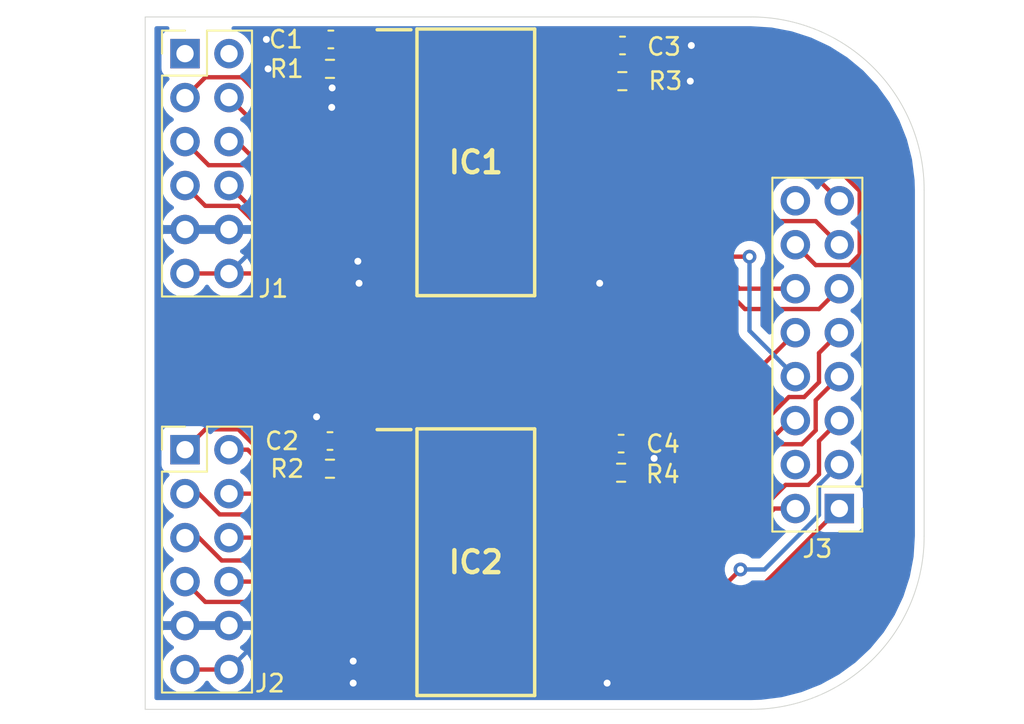
<source format=kicad_pcb>
(kicad_pcb (version 20171130) (host pcbnew "(5.1.12-1-10_14)")

  (general
    (thickness 1.6)
    (drawings 8)
    (tracks 199)
    (zones 0)
    (modules 13)
    (nets 41)
  )

  (page A4)
  (layers
    (0 F.Cu signal)
    (31 B.Cu signal)
    (32 B.Adhes user hide)
    (33 F.Adhes user hide)
    (34 B.Paste user hide)
    (35 F.Paste user hide)
    (36 B.SilkS user)
    (37 F.SilkS user)
    (38 B.Mask user)
    (39 F.Mask user)
    (40 Dwgs.User user hide)
    (41 Cmts.User user)
    (42 Eco1.User user)
    (43 Eco2.User user)
    (44 Edge.Cuts user)
    (45 Margin user)
    (46 B.CrtYd user)
    (47 F.CrtYd user)
    (48 B.Fab user)
    (49 F.Fab user)
  )

  (setup
    (last_trace_width 0.25)
    (user_trace_width 0.1)
    (user_trace_width 0.25)
    (trace_clearance 0.2)
    (zone_clearance 0.508)
    (zone_45_only no)
    (trace_min 0.1)
    (via_size 0.8)
    (via_drill 0.4)
    (via_min_size 0.4)
    (via_min_drill 0.3)
    (uvia_size 0.3)
    (uvia_drill 0.1)
    (uvias_allowed no)
    (uvia_min_size 0.2)
    (uvia_min_drill 0.1)
    (edge_width 0.05)
    (segment_width 0.2)
    (pcb_text_width 0.3)
    (pcb_text_size 1.5 1.5)
    (mod_edge_width 0.12)
    (mod_text_size 1 1)
    (mod_text_width 0.15)
    (pad_size 1.524 1.524)
    (pad_drill 0.762)
    (pad_to_mask_clearance 0)
    (aux_axis_origin 0 0)
    (visible_elements FFFFFF7F)
    (pcbplotparams
      (layerselection 0x010fc_ffffffff)
      (usegerberextensions false)
      (usegerberattributes true)
      (usegerberadvancedattributes true)
      (creategerberjobfile true)
      (excludeedgelayer true)
      (linewidth 0.100000)
      (plotframeref false)
      (viasonmask false)
      (mode 1)
      (useauxorigin false)
      (hpglpennumber 1)
      (hpglpenspeed 20)
      (hpglpendiameter 15.000000)
      (psnegative false)
      (psa4output false)
      (plotreference true)
      (plotvalue true)
      (plotinvisibletext false)
      (padsonsilk false)
      (subtractmaskfromsilk false)
      (outputformat 1)
      (mirror false)
      (drillshape 1)
      (scaleselection 1)
      (outputdirectory ""))
  )

  (net 0 "")
  (net 1 GND)
  (net 2 +3V3)
  (net 3 VCC)
  (net 4 "Net-(IC1-Pad22)")
  (net 5 "Net-(IC1-Pad21)")
  (net 6 "Net-(IC1-Pad20)")
  (net 7 Out_Latch)
  (net 8 Out_OE)
  (net 9 Out_CLK)
  (net 10 Out_E)
  (net 11 Out_D)
  (net 12 Out_C)
  (net 13 In_C)
  (net 14 In_D)
  (net 15 In_E)
  (net 16 In_CLK)
  (net 17 In_OE)
  (net 18 In_Latch)
  (net 19 "Net-(IC1-Pad2)")
  (net 20 "Net-(IC2-Pad22)")
  (net 21 Out_B)
  (net 22 Out_A)
  (net 23 Out_G1)
  (net 24 Out_B1)
  (net 25 Out_R1)
  (net 26 Out_G0)
  (net 27 Out_B0)
  (net 28 Out_R0)
  (net 29 In_R0)
  (net 30 In_G0)
  (net 31 In_B0)
  (net 32 In_R1)
  (net 33 In_G1)
  (net 34 In_B1)
  (net 35 In_A)
  (net 36 In_B)
  (net 37 "Net-(IC2-Pad2)")
  (net 38 "Net-(J1-Pad1)")
  (net 39 Out_GND)
  (net 40 "Net-(J1-Pad2)")

  (net_class Default "This is the default net class."
    (clearance 0.2)
    (trace_width 0.25)
    (via_dia 0.8)
    (via_drill 0.4)
    (uvia_dia 0.3)
    (uvia_drill 0.1)
    (add_net +3V3)
    (add_net GND)
    (add_net In_A)
    (add_net In_B)
    (add_net In_B0)
    (add_net In_B1)
    (add_net In_C)
    (add_net In_CLK)
    (add_net In_D)
    (add_net In_E)
    (add_net In_G0)
    (add_net In_G1)
    (add_net In_Latch)
    (add_net In_OE)
    (add_net In_R0)
    (add_net In_R1)
    (add_net "Net-(IC1-Pad2)")
    (add_net "Net-(IC1-Pad20)")
    (add_net "Net-(IC1-Pad21)")
    (add_net "Net-(IC1-Pad22)")
    (add_net "Net-(IC2-Pad2)")
    (add_net "Net-(IC2-Pad22)")
    (add_net "Net-(J1-Pad1)")
    (add_net "Net-(J1-Pad2)")
    (add_net Out_A)
    (add_net Out_B)
    (add_net Out_B0)
    (add_net Out_B1)
    (add_net Out_C)
    (add_net Out_CLK)
    (add_net Out_D)
    (add_net Out_E)
    (add_net Out_G0)
    (add_net Out_G1)
    (add_net Out_GND)
    (add_net Out_Latch)
    (add_net Out_OE)
    (add_net Out_R0)
    (add_net Out_R1)
    (add_net VCC)
  )

  (module Capacitor_SMD:C_0603_1608Metric (layer F.Cu) (tedit 5F68FEEE) (tstamp 61C3BD2A)
    (at 142.495 109.65 180)
    (descr "Capacitor SMD 0603 (1608 Metric), square (rectangular) end terminal, IPC_7351 nominal, (Body size source: IPC-SM-782 page 76, https://www.pcb-3d.com/wordpress/wp-content/uploads/ipc-sm-782a_amendment_1_and_2.pdf), generated with kicad-footprint-generator")
    (tags capacitor)
    (path /61E81814)
    (attr smd)
    (fp_text reference C4 (at -2.415 -0.02) (layer F.SilkS)
      (effects (font (size 1 1) (thickness 0.15)))
    )
    (fp_text value 100n (at 0 1.43) (layer F.Fab)
      (effects (font (size 1 1) (thickness 0.15)))
    )
    (fp_line (start 1.48 0.73) (end -1.48 0.73) (layer F.CrtYd) (width 0.05))
    (fp_line (start 1.48 -0.73) (end 1.48 0.73) (layer F.CrtYd) (width 0.05))
    (fp_line (start -1.48 -0.73) (end 1.48 -0.73) (layer F.CrtYd) (width 0.05))
    (fp_line (start -1.48 0.73) (end -1.48 -0.73) (layer F.CrtYd) (width 0.05))
    (fp_line (start -0.14058 0.51) (end 0.14058 0.51) (layer F.SilkS) (width 0.12))
    (fp_line (start -0.14058 -0.51) (end 0.14058 -0.51) (layer F.SilkS) (width 0.12))
    (fp_line (start 0.8 0.4) (end -0.8 0.4) (layer F.Fab) (width 0.1))
    (fp_line (start 0.8 -0.4) (end 0.8 0.4) (layer F.Fab) (width 0.1))
    (fp_line (start -0.8 -0.4) (end 0.8 -0.4) (layer F.Fab) (width 0.1))
    (fp_line (start -0.8 0.4) (end -0.8 -0.4) (layer F.Fab) (width 0.1))
    (fp_text user %R (at 0 0) (layer F.Fab)
      (effects (font (size 0.4 0.4) (thickness 0.06)))
    )
    (pad 2 smd roundrect (at 0.775 0 180) (size 0.9 0.95) (layers F.Cu F.Paste F.Mask) (roundrect_rratio 0.25)
      (net 3 VCC))
    (pad 1 smd roundrect (at -0.775 0 180) (size 0.9 0.95) (layers F.Cu F.Paste F.Mask) (roundrect_rratio 0.25)
      (net 1 GND))
    (model ${KISYS3DMOD}/Capacitor_SMD.3dshapes/C_0603_1608Metric.wrl
      (at (xyz 0 0 0))
      (scale (xyz 1 1 1))
      (rotate (xyz 0 0 0))
    )
  )

  (module Capacitor_SMD:C_0603_1608Metric (layer F.Cu) (tedit 5F68FEEE) (tstamp 61C3BCF9)
    (at 125.675 109.5 180)
    (descr "Capacitor SMD 0603 (1608 Metric), square (rectangular) end terminal, IPC_7351 nominal, (Body size source: IPC-SM-782 page 76, https://www.pcb-3d.com/wordpress/wp-content/uploads/ipc-sm-782a_amendment_1_and_2.pdf), generated with kicad-footprint-generator")
    (tags capacitor)
    (path /61E1B60D)
    (attr smd)
    (fp_text reference C2 (at 2.775 0) (layer F.SilkS)
      (effects (font (size 1 1) (thickness 0.15)))
    )
    (fp_text value 100n (at 0 1.43) (layer F.Fab)
      (effects (font (size 1 1) (thickness 0.15)))
    )
    (fp_line (start 1.48 0.73) (end -1.48 0.73) (layer F.CrtYd) (width 0.05))
    (fp_line (start 1.48 -0.73) (end 1.48 0.73) (layer F.CrtYd) (width 0.05))
    (fp_line (start -1.48 -0.73) (end 1.48 -0.73) (layer F.CrtYd) (width 0.05))
    (fp_line (start -1.48 0.73) (end -1.48 -0.73) (layer F.CrtYd) (width 0.05))
    (fp_line (start -0.14058 0.51) (end 0.14058 0.51) (layer F.SilkS) (width 0.12))
    (fp_line (start -0.14058 -0.51) (end 0.14058 -0.51) (layer F.SilkS) (width 0.12))
    (fp_line (start 0.8 0.4) (end -0.8 0.4) (layer F.Fab) (width 0.1))
    (fp_line (start 0.8 -0.4) (end 0.8 0.4) (layer F.Fab) (width 0.1))
    (fp_line (start -0.8 -0.4) (end 0.8 -0.4) (layer F.Fab) (width 0.1))
    (fp_line (start -0.8 0.4) (end -0.8 -0.4) (layer F.Fab) (width 0.1))
    (fp_text user %R (at 0 0) (layer F.Fab)
      (effects (font (size 0.4 0.4) (thickness 0.06)))
    )
    (pad 2 smd roundrect (at 0.775 0 180) (size 0.9 0.95) (layers F.Cu F.Paste F.Mask) (roundrect_rratio 0.25)
      (net 1 GND))
    (pad 1 smd roundrect (at -0.775 0 180) (size 0.9 0.95) (layers F.Cu F.Paste F.Mask) (roundrect_rratio 0.25)
      (net 2 +3V3))
    (model ${KISYS3DMOD}/Capacitor_SMD.3dshapes/C_0603_1608Metric.wrl
      (at (xyz 0 0 0))
      (scale (xyz 1 1 1))
      (rotate (xyz 0 0 0))
    )
  )

  (module Resistor_SMD:R_0603_1608Metric (layer F.Cu) (tedit 5F68FEEE) (tstamp 61C3B805)
    (at 142.495 111.33)
    (descr "Resistor SMD 0603 (1608 Metric), square (rectangular) end terminal, IPC_7351 nominal, (Body size source: IPC-SM-782 page 72, https://www.pcb-3d.com/wordpress/wp-content/uploads/ipc-sm-782a_amendment_1_and_2.pdf), generated with kicad-footprint-generator")
    (tags resistor)
    (path /61E817F6)
    (attr smd)
    (fp_text reference R4 (at 2.405 0.09) (layer F.SilkS)
      (effects (font (size 1 1) (thickness 0.15)))
    )
    (fp_text value 10k (at 0 1.43) (layer F.Fab)
      (effects (font (size 1 1) (thickness 0.15)))
    )
    (fp_line (start 1.48 0.73) (end -1.48 0.73) (layer F.CrtYd) (width 0.05))
    (fp_line (start 1.48 -0.73) (end 1.48 0.73) (layer F.CrtYd) (width 0.05))
    (fp_line (start -1.48 -0.73) (end 1.48 -0.73) (layer F.CrtYd) (width 0.05))
    (fp_line (start -1.48 0.73) (end -1.48 -0.73) (layer F.CrtYd) (width 0.05))
    (fp_line (start -0.237258 0.5225) (end 0.237258 0.5225) (layer F.SilkS) (width 0.12))
    (fp_line (start -0.237258 -0.5225) (end 0.237258 -0.5225) (layer F.SilkS) (width 0.12))
    (fp_line (start 0.8 0.4125) (end -0.8 0.4125) (layer F.Fab) (width 0.1))
    (fp_line (start 0.8 -0.4125) (end 0.8 0.4125) (layer F.Fab) (width 0.1))
    (fp_line (start -0.8 -0.4125) (end 0.8 -0.4125) (layer F.Fab) (width 0.1))
    (fp_line (start -0.8 0.4125) (end -0.8 -0.4125) (layer F.Fab) (width 0.1))
    (fp_text user %R (at 0 0) (layer F.Fab)
      (effects (font (size 0.4 0.4) (thickness 0.06)))
    )
    (pad 2 smd roundrect (at 0.825 0) (size 0.8 0.95) (layers F.Cu F.Paste F.Mask) (roundrect_rratio 0.25)
      (net 1 GND))
    (pad 1 smd roundrect (at -0.825 0) (size 0.8 0.95) (layers F.Cu F.Paste F.Mask) (roundrect_rratio 0.25)
      (net 20 "Net-(IC2-Pad22)"))
    (model ${KISYS3DMOD}/Resistor_SMD.3dshapes/R_0603_1608Metric.wrl
      (at (xyz 0 0 0))
      (scale (xyz 1 1 1))
      (rotate (xyz 0 0 0))
    )
  )

  (module Resistor_SMD:R_0603_1608Metric (layer F.Cu) (tedit 5F68FEEE) (tstamp 61C3B7F4)
    (at 142.565 88.71)
    (descr "Resistor SMD 0603 (1608 Metric), square (rectangular) end terminal, IPC_7351 nominal, (Body size source: IPC-SM-782 page 72, https://www.pcb-3d.com/wordpress/wp-content/uploads/ipc-sm-782a_amendment_1_and_2.pdf), generated with kicad-footprint-generator")
    (tags resistor)
    (path /61E5D90E)
    (attr smd)
    (fp_text reference R3 (at 2.485 -0.01) (layer F.SilkS)
      (effects (font (size 1 1) (thickness 0.15)))
    )
    (fp_text value 10k (at 0 1.43) (layer F.Fab)
      (effects (font (size 1 1) (thickness 0.15)))
    )
    (fp_line (start 1.48 0.73) (end -1.48 0.73) (layer F.CrtYd) (width 0.05))
    (fp_line (start 1.48 -0.73) (end 1.48 0.73) (layer F.CrtYd) (width 0.05))
    (fp_line (start -1.48 -0.73) (end 1.48 -0.73) (layer F.CrtYd) (width 0.05))
    (fp_line (start -1.48 0.73) (end -1.48 -0.73) (layer F.CrtYd) (width 0.05))
    (fp_line (start -0.237258 0.5225) (end 0.237258 0.5225) (layer F.SilkS) (width 0.12))
    (fp_line (start -0.237258 -0.5225) (end 0.237258 -0.5225) (layer F.SilkS) (width 0.12))
    (fp_line (start 0.8 0.4125) (end -0.8 0.4125) (layer F.Fab) (width 0.1))
    (fp_line (start 0.8 -0.4125) (end 0.8 0.4125) (layer F.Fab) (width 0.1))
    (fp_line (start -0.8 -0.4125) (end 0.8 -0.4125) (layer F.Fab) (width 0.1))
    (fp_line (start -0.8 0.4125) (end -0.8 -0.4125) (layer F.Fab) (width 0.1))
    (fp_text user %R (at 0 0) (layer F.Fab)
      (effects (font (size 0.4 0.4) (thickness 0.06)))
    )
    (pad 2 smd roundrect (at 0.825 0) (size 0.8 0.95) (layers F.Cu F.Paste F.Mask) (roundrect_rratio 0.25)
      (net 1 GND))
    (pad 1 smd roundrect (at -0.825 0) (size 0.8 0.95) (layers F.Cu F.Paste F.Mask) (roundrect_rratio 0.25)
      (net 4 "Net-(IC1-Pad22)"))
    (model ${KISYS3DMOD}/Resistor_SMD.3dshapes/R_0603_1608Metric.wrl
      (at (xyz 0 0 0))
      (scale (xyz 1 1 1))
      (rotate (xyz 0 0 0))
    )
  )

  (module Resistor_SMD:R_0603_1608Metric (layer F.Cu) (tedit 5F68FEEE) (tstamp 61C3B7E3)
    (at 125.675 111.1)
    (descr "Resistor SMD 0603 (1608 Metric), square (rectangular) end terminal, IPC_7351 nominal, (Body size source: IPC-SM-782 page 72, https://www.pcb-3d.com/wordpress/wp-content/uploads/ipc-sm-782a_amendment_1_and_2.pdf), generated with kicad-footprint-generator")
    (tags resistor)
    (path /61E0F5FC)
    (attr smd)
    (fp_text reference R2 (at -2.475 0) (layer F.SilkS)
      (effects (font (size 1 1) (thickness 0.15)))
    )
    (fp_text value 10k (at 0 1.43) (layer F.Fab)
      (effects (font (size 1 1) (thickness 0.15)))
    )
    (fp_line (start 1.48 0.73) (end -1.48 0.73) (layer F.CrtYd) (width 0.05))
    (fp_line (start 1.48 -0.73) (end 1.48 0.73) (layer F.CrtYd) (width 0.05))
    (fp_line (start -1.48 -0.73) (end 1.48 -0.73) (layer F.CrtYd) (width 0.05))
    (fp_line (start -1.48 0.73) (end -1.48 -0.73) (layer F.CrtYd) (width 0.05))
    (fp_line (start -0.237258 0.5225) (end 0.237258 0.5225) (layer F.SilkS) (width 0.12))
    (fp_line (start -0.237258 -0.5225) (end 0.237258 -0.5225) (layer F.SilkS) (width 0.12))
    (fp_line (start 0.8 0.4125) (end -0.8 0.4125) (layer F.Fab) (width 0.1))
    (fp_line (start 0.8 -0.4125) (end 0.8 0.4125) (layer F.Fab) (width 0.1))
    (fp_line (start -0.8 -0.4125) (end 0.8 -0.4125) (layer F.Fab) (width 0.1))
    (fp_line (start -0.8 0.4125) (end -0.8 -0.4125) (layer F.Fab) (width 0.1))
    (fp_text user %R (at 0 0) (layer F.Fab)
      (effects (font (size 0.4 0.4) (thickness 0.06)))
    )
    (pad 2 smd roundrect (at 0.825 0) (size 0.8 0.95) (layers F.Cu F.Paste F.Mask) (roundrect_rratio 0.25)
      (net 37 "Net-(IC2-Pad2)"))
    (pad 1 smd roundrect (at -0.825 0) (size 0.8 0.95) (layers F.Cu F.Paste F.Mask) (roundrect_rratio 0.25)
      (net 2 +3V3))
    (model ${KISYS3DMOD}/Resistor_SMD.3dshapes/R_0603_1608Metric.wrl
      (at (xyz 0 0 0))
      (scale (xyz 1 1 1))
      (rotate (xyz 0 0 0))
    )
  )

  (module Resistor_SMD:R_0603_1608Metric (layer F.Cu) (tedit 5F68FEEE) (tstamp 61C3B7D2)
    (at 125.675 88)
    (descr "Resistor SMD 0603 (1608 Metric), square (rectangular) end terminal, IPC_7351 nominal, (Body size source: IPC-SM-782 page 72, https://www.pcb-3d.com/wordpress/wp-content/uploads/ipc-sm-782a_amendment_1_and_2.pdf), generated with kicad-footprint-generator")
    (tags resistor)
    (path /61E16905)
    (attr smd)
    (fp_text reference R1 (at -2.5 0) (layer F.SilkS)
      (effects (font (size 1 1) (thickness 0.15)))
    )
    (fp_text value 10k (at 0 1.43) (layer F.Fab)
      (effects (font (size 1 1) (thickness 0.15)))
    )
    (fp_line (start 1.48 0.73) (end -1.48 0.73) (layer F.CrtYd) (width 0.05))
    (fp_line (start 1.48 -0.73) (end 1.48 0.73) (layer F.CrtYd) (width 0.05))
    (fp_line (start -1.48 -0.73) (end 1.48 -0.73) (layer F.CrtYd) (width 0.05))
    (fp_line (start -1.48 0.73) (end -1.48 -0.73) (layer F.CrtYd) (width 0.05))
    (fp_line (start -0.237258 0.5225) (end 0.237258 0.5225) (layer F.SilkS) (width 0.12))
    (fp_line (start -0.237258 -0.5225) (end 0.237258 -0.5225) (layer F.SilkS) (width 0.12))
    (fp_line (start 0.8 0.4125) (end -0.8 0.4125) (layer F.Fab) (width 0.1))
    (fp_line (start 0.8 -0.4125) (end 0.8 0.4125) (layer F.Fab) (width 0.1))
    (fp_line (start -0.8 -0.4125) (end 0.8 -0.4125) (layer F.Fab) (width 0.1))
    (fp_line (start -0.8 0.4125) (end -0.8 -0.4125) (layer F.Fab) (width 0.1))
    (fp_text user %R (at 0 0) (layer F.Fab)
      (effects (font (size 0.4 0.4) (thickness 0.06)))
    )
    (pad 2 smd roundrect (at 0.825 0) (size 0.8 0.95) (layers F.Cu F.Paste F.Mask) (roundrect_rratio 0.25)
      (net 19 "Net-(IC1-Pad2)"))
    (pad 1 smd roundrect (at -0.825 0) (size 0.8 0.95) (layers F.Cu F.Paste F.Mask) (roundrect_rratio 0.25)
      (net 2 +3V3))
    (model ${KISYS3DMOD}/Resistor_SMD.3dshapes/R_0603_1608Metric.wrl
      (at (xyz 0 0 0))
      (scale (xyz 1 1 1))
      (rotate (xyz 0 0 0))
    )
  )

  (module Connector_PinHeader_2.54mm:PinHeader_2x08_P2.54mm_Vertical (layer F.Cu) (tedit 59FED5CC) (tstamp 61C3B7C1)
    (at 155.1 113.4 180)
    (descr "Through hole straight pin header, 2x08, 2.54mm pitch, double rows")
    (tags "Through hole pin header THT 2x08 2.54mm double row")
    (path /61C3F404)
    (fp_text reference J3 (at 1.27 -2.33) (layer F.SilkS)
      (effects (font (size 1 1) (thickness 0.15)))
    )
    (fp_text value Conn_02x08_Counter_Clockwise (at 1.27 20.11) (layer F.Fab)
      (effects (font (size 1 1) (thickness 0.15)))
    )
    (fp_line (start 4.35 -1.8) (end -1.8 -1.8) (layer F.CrtYd) (width 0.05))
    (fp_line (start 4.35 19.55) (end 4.35 -1.8) (layer F.CrtYd) (width 0.05))
    (fp_line (start -1.8 19.55) (end 4.35 19.55) (layer F.CrtYd) (width 0.05))
    (fp_line (start -1.8 -1.8) (end -1.8 19.55) (layer F.CrtYd) (width 0.05))
    (fp_line (start -1.33 -1.33) (end 0 -1.33) (layer F.SilkS) (width 0.12))
    (fp_line (start -1.33 0) (end -1.33 -1.33) (layer F.SilkS) (width 0.12))
    (fp_line (start 1.27 -1.33) (end 3.87 -1.33) (layer F.SilkS) (width 0.12))
    (fp_line (start 1.27 1.27) (end 1.27 -1.33) (layer F.SilkS) (width 0.12))
    (fp_line (start -1.33 1.27) (end 1.27 1.27) (layer F.SilkS) (width 0.12))
    (fp_line (start 3.87 -1.33) (end 3.87 19.11) (layer F.SilkS) (width 0.12))
    (fp_line (start -1.33 1.27) (end -1.33 19.11) (layer F.SilkS) (width 0.12))
    (fp_line (start -1.33 19.11) (end 3.87 19.11) (layer F.SilkS) (width 0.12))
    (fp_line (start -1.27 0) (end 0 -1.27) (layer F.Fab) (width 0.1))
    (fp_line (start -1.27 19.05) (end -1.27 0) (layer F.Fab) (width 0.1))
    (fp_line (start 3.81 19.05) (end -1.27 19.05) (layer F.Fab) (width 0.1))
    (fp_line (start 3.81 -1.27) (end 3.81 19.05) (layer F.Fab) (width 0.1))
    (fp_line (start 0 -1.27) (end 3.81 -1.27) (layer F.Fab) (width 0.1))
    (fp_text user %R (at 1.27 8.89 90) (layer F.Fab)
      (effects (font (size 1 1) (thickness 0.15)))
    )
    (pad 16 thru_hole oval (at 2.54 17.78 180) (size 1.7 1.7) (drill 1) (layers *.Cu *.Mask)
      (net 39 Out_GND))
    (pad 15 thru_hole oval (at 0 17.78 180) (size 1.7 1.7) (drill 1) (layers *.Cu *.Mask)
      (net 8 Out_OE))
    (pad 14 thru_hole oval (at 2.54 15.24 180) (size 1.7 1.7) (drill 1) (layers *.Cu *.Mask)
      (net 7 Out_Latch))
    (pad 13 thru_hole oval (at 0 15.24 180) (size 1.7 1.7) (drill 1) (layers *.Cu *.Mask)
      (net 9 Out_CLK))
    (pad 12 thru_hole oval (at 2.54 12.7 180) (size 1.7 1.7) (drill 1) (layers *.Cu *.Mask)
      (net 11 Out_D))
    (pad 11 thru_hole oval (at 0 12.7 180) (size 1.7 1.7) (drill 1) (layers *.Cu *.Mask)
      (net 12 Out_C))
    (pad 10 thru_hole oval (at 2.54 10.16 180) (size 1.7 1.7) (drill 1) (layers *.Cu *.Mask)
      (net 21 Out_B))
    (pad 9 thru_hole oval (at 0 10.16 180) (size 1.7 1.7) (drill 1) (layers *.Cu *.Mask)
      (net 22 Out_A))
    (pad 8 thru_hole oval (at 2.54 7.62 180) (size 1.7 1.7) (drill 1) (layers *.Cu *.Mask)
      (net 10 Out_E))
    (pad 7 thru_hole oval (at 0 7.62 180) (size 1.7 1.7) (drill 1) (layers *.Cu *.Mask)
      (net 24 Out_B1))
    (pad 6 thru_hole oval (at 2.54 5.08 180) (size 1.7 1.7) (drill 1) (layers *.Cu *.Mask)
      (net 23 Out_G1))
    (pad 5 thru_hole oval (at 0 5.08 180) (size 1.7 1.7) (drill 1) (layers *.Cu *.Mask)
      (net 25 Out_R1))
    (pad 4 thru_hole oval (at 2.54 2.54 180) (size 1.7 1.7) (drill 1) (layers *.Cu *.Mask)
      (net 39 Out_GND))
    (pad 3 thru_hole oval (at 0 2.54 180) (size 1.7 1.7) (drill 1) (layers *.Cu *.Mask)
      (net 27 Out_B0))
    (pad 2 thru_hole oval (at 2.54 0 180) (size 1.7 1.7) (drill 1) (layers *.Cu *.Mask)
      (net 26 Out_G0))
    (pad 1 thru_hole rect (at 0 0 180) (size 1.7 1.7) (drill 1) (layers *.Cu *.Mask)
      (net 28 Out_R0))
    (model ${KISYS3DMOD}/Connector_PinHeader_2.54mm.3dshapes/PinHeader_2x08_P2.54mm_Vertical.wrl
      (at (xyz 0 0 0))
      (scale (xyz 1 1 1))
      (rotate (xyz 0 0 0))
    )
  )

  (module Connector_PinHeader_2.54mm:PinHeader_2x06_P2.54mm_Vertical (layer F.Cu) (tedit 59FED5CC) (tstamp 61C3B79B)
    (at 117.3 110)
    (descr "Through hole straight pin header, 2x06, 2.54mm pitch, double rows")
    (tags "Through hole pin header THT 2x06 2.54mm double row")
    (path /61C3D51F)
    (fp_text reference J2 (at 4.9 13.5) (layer F.SilkS)
      (effects (font (size 1 1) (thickness 0.15)))
    )
    (fp_text value Conn_02x06_Counter_Clockwise (at 1.27 15.03) (layer F.Fab)
      (effects (font (size 1 1) (thickness 0.15)))
    )
    (fp_line (start 0 -1.27) (end 3.81 -1.27) (layer F.Fab) (width 0.1))
    (fp_line (start 3.81 -1.27) (end 3.81 13.97) (layer F.Fab) (width 0.1))
    (fp_line (start 3.81 13.97) (end -1.27 13.97) (layer F.Fab) (width 0.1))
    (fp_line (start -1.27 13.97) (end -1.27 0) (layer F.Fab) (width 0.1))
    (fp_line (start -1.27 0) (end 0 -1.27) (layer F.Fab) (width 0.1))
    (fp_line (start -1.33 14.03) (end 3.87 14.03) (layer F.SilkS) (width 0.12))
    (fp_line (start -1.33 1.27) (end -1.33 14.03) (layer F.SilkS) (width 0.12))
    (fp_line (start 3.87 -1.33) (end 3.87 14.03) (layer F.SilkS) (width 0.12))
    (fp_line (start -1.33 1.27) (end 1.27 1.27) (layer F.SilkS) (width 0.12))
    (fp_line (start 1.27 1.27) (end 1.27 -1.33) (layer F.SilkS) (width 0.12))
    (fp_line (start 1.27 -1.33) (end 3.87 -1.33) (layer F.SilkS) (width 0.12))
    (fp_line (start -1.33 0) (end -1.33 -1.33) (layer F.SilkS) (width 0.12))
    (fp_line (start -1.33 -1.33) (end 0 -1.33) (layer F.SilkS) (width 0.12))
    (fp_line (start -1.8 -1.8) (end -1.8 14.5) (layer F.CrtYd) (width 0.05))
    (fp_line (start -1.8 14.5) (end 4.35 14.5) (layer F.CrtYd) (width 0.05))
    (fp_line (start 4.35 14.5) (end 4.35 -1.8) (layer F.CrtYd) (width 0.05))
    (fp_line (start 4.35 -1.8) (end -1.8 -1.8) (layer F.CrtYd) (width 0.05))
    (fp_text user %R (at 1.27 6.35 90) (layer F.Fab)
      (effects (font (size 1 1) (thickness 0.15)))
    )
    (pad 1 thru_hole rect (at 0 0) (size 1.7 1.7) (drill 1) (layers *.Cu *.Mask)
      (net 36 In_B))
    (pad 2 thru_hole oval (at 2.54 0) (size 1.7 1.7) (drill 1) (layers *.Cu *.Mask)
      (net 35 In_A))
    (pad 3 thru_hole oval (at 0 2.54) (size 1.7 1.7) (drill 1) (layers *.Cu *.Mask)
      (net 33 In_G1))
    (pad 4 thru_hole oval (at 2.54 2.54) (size 1.7 1.7) (drill 1) (layers *.Cu *.Mask)
      (net 34 In_B1))
    (pad 5 thru_hole oval (at 0 5.08) (size 1.7 1.7) (drill 1) (layers *.Cu *.Mask)
      (net 31 In_B0))
    (pad 6 thru_hole oval (at 2.54 5.08) (size 1.7 1.7) (drill 1) (layers *.Cu *.Mask)
      (net 32 In_R1))
    (pad 7 thru_hole oval (at 0 7.62) (size 1.7 1.7) (drill 1) (layers *.Cu *.Mask)
      (net 29 In_R0))
    (pad 8 thru_hole oval (at 2.54 7.62) (size 1.7 1.7) (drill 1) (layers *.Cu *.Mask)
      (net 30 In_G0))
    (pad 9 thru_hole oval (at 0 10.16) (size 1.7 1.7) (drill 1) (layers *.Cu *.Mask)
      (net 1 GND))
    (pad 10 thru_hole oval (at 2.54 10.16) (size 1.7 1.7) (drill 1) (layers *.Cu *.Mask)
      (net 1 GND))
    (pad 11 thru_hole oval (at 0 12.7) (size 1.7 1.7) (drill 1) (layers *.Cu *.Mask)
      (net 2 +3V3))
    (pad 12 thru_hole oval (at 2.54 12.7) (size 1.7 1.7) (drill 1) (layers *.Cu *.Mask)
      (net 2 +3V3))
    (model ${KISYS3DMOD}/Connector_PinHeader_2.54mm.3dshapes/PinHeader_2x06_P2.54mm_Vertical.wrl
      (at (xyz 0 0 0))
      (scale (xyz 1 1 1))
      (rotate (xyz 0 0 0))
    )
  )

  (module Connector_PinHeader_2.54mm:PinHeader_2x06_P2.54mm_Vertical (layer F.Cu) (tedit 59FED5CC) (tstamp 61C3B779)
    (at 117.3 87.12)
    (descr "Through hole straight pin header, 2x06, 2.54mm pitch, double rows")
    (tags "Through hole pin header THT 2x06 2.54mm double row")
    (path /61C3C515)
    (fp_text reference J1 (at 5.1 13.58) (layer F.SilkS)
      (effects (font (size 1 1) (thickness 0.15)))
    )
    (fp_text value Conn_02x06_Counter_Clockwise (at 1.27 15.03) (layer F.Fab)
      (effects (font (size 1 1) (thickness 0.15)))
    )
    (fp_line (start 4.35 -1.8) (end -1.8 -1.8) (layer F.CrtYd) (width 0.05))
    (fp_line (start 4.35 14.5) (end 4.35 -1.8) (layer F.CrtYd) (width 0.05))
    (fp_line (start -1.8 14.5) (end 4.35 14.5) (layer F.CrtYd) (width 0.05))
    (fp_line (start -1.8 -1.8) (end -1.8 14.5) (layer F.CrtYd) (width 0.05))
    (fp_line (start -1.33 -1.33) (end 0 -1.33) (layer F.SilkS) (width 0.12))
    (fp_line (start -1.33 0) (end -1.33 -1.33) (layer F.SilkS) (width 0.12))
    (fp_line (start 1.27 -1.33) (end 3.87 -1.33) (layer F.SilkS) (width 0.12))
    (fp_line (start 1.27 1.27) (end 1.27 -1.33) (layer F.SilkS) (width 0.12))
    (fp_line (start -1.33 1.27) (end 1.27 1.27) (layer F.SilkS) (width 0.12))
    (fp_line (start 3.87 -1.33) (end 3.87 14.03) (layer F.SilkS) (width 0.12))
    (fp_line (start -1.33 1.27) (end -1.33 14.03) (layer F.SilkS) (width 0.12))
    (fp_line (start -1.33 14.03) (end 3.87 14.03) (layer F.SilkS) (width 0.12))
    (fp_line (start -1.27 0) (end 0 -1.27) (layer F.Fab) (width 0.1))
    (fp_line (start -1.27 13.97) (end -1.27 0) (layer F.Fab) (width 0.1))
    (fp_line (start 3.81 13.97) (end -1.27 13.97) (layer F.Fab) (width 0.1))
    (fp_line (start 3.81 -1.27) (end 3.81 13.97) (layer F.Fab) (width 0.1))
    (fp_line (start 0 -1.27) (end 3.81 -1.27) (layer F.Fab) (width 0.1))
    (fp_text user %R (at 1.27 6.35 90) (layer F.Fab)
      (effects (font (size 1 1) (thickness 0.15)))
    )
    (pad 12 thru_hole oval (at 2.54 12.7) (size 1.7 1.7) (drill 1) (layers *.Cu *.Mask)
      (net 2 +3V3))
    (pad 11 thru_hole oval (at 0 12.7) (size 1.7 1.7) (drill 1) (layers *.Cu *.Mask)
      (net 2 +3V3))
    (pad 10 thru_hole oval (at 2.54 10.16) (size 1.7 1.7) (drill 1) (layers *.Cu *.Mask)
      (net 1 GND))
    (pad 9 thru_hole oval (at 0 10.16) (size 1.7 1.7) (drill 1) (layers *.Cu *.Mask)
      (net 1 GND))
    (pad 8 thru_hole oval (at 2.54 7.62) (size 1.7 1.7) (drill 1) (layers *.Cu *.Mask)
      (net 14 In_D))
    (pad 7 thru_hole oval (at 0 7.62) (size 1.7 1.7) (drill 1) (layers *.Cu *.Mask)
      (net 13 In_C))
    (pad 6 thru_hole oval (at 2.54 5.08) (size 1.7 1.7) (drill 1) (layers *.Cu *.Mask)
      (net 16 In_CLK))
    (pad 5 thru_hole oval (at 0 5.08) (size 1.7 1.7) (drill 1) (layers *.Cu *.Mask)
      (net 15 In_E))
    (pad 4 thru_hole oval (at 2.54 2.54) (size 1.7 1.7) (drill 1) (layers *.Cu *.Mask)
      (net 17 In_OE))
    (pad 3 thru_hole oval (at 0 2.54) (size 1.7 1.7) (drill 1) (layers *.Cu *.Mask)
      (net 18 In_Latch))
    (pad 2 thru_hole oval (at 2.54 0) (size 1.7 1.7) (drill 1) (layers *.Cu *.Mask)
      (net 40 "Net-(J1-Pad2)"))
    (pad 1 thru_hole rect (at 0 0) (size 1.7 1.7) (drill 1) (layers *.Cu *.Mask)
      (net 38 "Net-(J1-Pad1)"))
    (model ${KISYS3DMOD}/Connector_PinHeader_2.54mm.3dshapes/PinHeader_2x06_P2.54mm_Vertical.wrl
      (at (xyz 0 0 0))
      (scale (xyz 1 1 1))
      (rotate (xyz 0 0 0))
    )
  )

  (module jjh:SOIC127P1030X265-24N (layer F.Cu) (tedit 0) (tstamp 61C3B757)
    (at 134.1 116.5)
    (descr SOIC)
    (tags "Integrated Circuit")
    (path /61C3989E)
    (attr smd)
    (fp_text reference IC2 (at 0 0) (layer F.SilkS)
      (effects (font (size 1.27 1.27) (thickness 0.254)))
    )
    (fp_text value SN74LVC8T245DWR (at 0 0) (layer F.SilkS) hide
      (effects (font (size 1.27 1.27) (thickness 0.254)))
    )
    (fp_line (start -5.7 -7.66) (end -3.75 -7.66) (layer F.SilkS) (width 0.2))
    (fp_line (start -3.4 7.7) (end -3.4 -7.7) (layer F.SilkS) (width 0.2))
    (fp_line (start 3.4 7.7) (end -3.4 7.7) (layer F.SilkS) (width 0.2))
    (fp_line (start 3.4 -7.7) (end 3.4 7.7) (layer F.SilkS) (width 0.2))
    (fp_line (start -3.4 -7.7) (end 3.4 -7.7) (layer F.SilkS) (width 0.2))
    (fp_line (start -3.75 -6.43) (end -2.48 -7.7) (layer F.Fab) (width 0.1))
    (fp_line (start -3.75 7.7) (end -3.75 -7.7) (layer F.Fab) (width 0.1))
    (fp_line (start 3.75 7.7) (end -3.75 7.7) (layer F.Fab) (width 0.1))
    (fp_line (start 3.75 -7.7) (end 3.75 7.7) (layer F.Fab) (width 0.1))
    (fp_line (start -3.75 -7.7) (end 3.75 -7.7) (layer F.Fab) (width 0.1))
    (fp_line (start -5.95 8.05) (end -5.95 -8.05) (layer F.CrtYd) (width 0.05))
    (fp_line (start 5.95 8.05) (end -5.95 8.05) (layer F.CrtYd) (width 0.05))
    (fp_line (start 5.95 -8.05) (end 5.95 8.05) (layer F.CrtYd) (width 0.05))
    (fp_line (start -5.95 -8.05) (end 5.95 -8.05) (layer F.CrtYd) (width 0.05))
    (fp_text user %R (at 0 0) (layer F.Fab)
      (effects (font (size 1.27 1.27) (thickness 0.254)))
    )
    (pad 24 smd rect (at 4.725 -6.985 90) (size 0.65 1.95) (layers F.Cu F.Paste F.Mask)
      (net 3 VCC))
    (pad 23 smd rect (at 4.725 -5.715 90) (size 0.65 1.95) (layers F.Cu F.Paste F.Mask)
      (net 3 VCC))
    (pad 22 smd rect (at 4.725 -4.445 90) (size 0.65 1.95) (layers F.Cu F.Paste F.Mask)
      (net 20 "Net-(IC2-Pad22)"))
    (pad 21 smd rect (at 4.725 -3.175 90) (size 0.65 1.95) (layers F.Cu F.Paste F.Mask)
      (net 21 Out_B))
    (pad 20 smd rect (at 4.725 -1.905 90) (size 0.65 1.95) (layers F.Cu F.Paste F.Mask)
      (net 22 Out_A))
    (pad 19 smd rect (at 4.725 -0.635 90) (size 0.65 1.95) (layers F.Cu F.Paste F.Mask)
      (net 23 Out_G1))
    (pad 18 smd rect (at 4.725 0.635 90) (size 0.65 1.95) (layers F.Cu F.Paste F.Mask)
      (net 24 Out_B1))
    (pad 17 smd rect (at 4.725 1.905 90) (size 0.65 1.95) (layers F.Cu F.Paste F.Mask)
      (net 25 Out_R1))
    (pad 16 smd rect (at 4.725 3.175 90) (size 0.65 1.95) (layers F.Cu F.Paste F.Mask)
      (net 26 Out_G0))
    (pad 15 smd rect (at 4.725 4.445 90) (size 0.65 1.95) (layers F.Cu F.Paste F.Mask)
      (net 27 Out_B0))
    (pad 14 smd rect (at 4.725 5.715 90) (size 0.65 1.95) (layers F.Cu F.Paste F.Mask)
      (net 28 Out_R0))
    (pad 13 smd rect (at 4.725 6.985 90) (size 0.65 1.95) (layers F.Cu F.Paste F.Mask)
      (net 1 GND))
    (pad 12 smd rect (at -4.725 6.985 90) (size 0.65 1.95) (layers F.Cu F.Paste F.Mask)
      (net 1 GND))
    (pad 11 smd rect (at -4.725 5.715 90) (size 0.65 1.95) (layers F.Cu F.Paste F.Mask)
      (net 1 GND))
    (pad 10 smd rect (at -4.725 4.445 90) (size 0.65 1.95) (layers F.Cu F.Paste F.Mask)
      (net 29 In_R0))
    (pad 9 smd rect (at -4.725 3.175 90) (size 0.65 1.95) (layers F.Cu F.Paste F.Mask)
      (net 30 In_G0))
    (pad 8 smd rect (at -4.725 1.905 90) (size 0.65 1.95) (layers F.Cu F.Paste F.Mask)
      (net 31 In_B0))
    (pad 7 smd rect (at -4.725 0.635 90) (size 0.65 1.95) (layers F.Cu F.Paste F.Mask)
      (net 32 In_R1))
    (pad 6 smd rect (at -4.725 -0.635 90) (size 0.65 1.95) (layers F.Cu F.Paste F.Mask)
      (net 33 In_G1))
    (pad 5 smd rect (at -4.725 -1.905 90) (size 0.65 1.95) (layers F.Cu F.Paste F.Mask)
      (net 34 In_B1))
    (pad 4 smd rect (at -4.725 -3.175 90) (size 0.65 1.95) (layers F.Cu F.Paste F.Mask)
      (net 35 In_A))
    (pad 3 smd rect (at -4.725 -4.445 90) (size 0.65 1.95) (layers F.Cu F.Paste F.Mask)
      (net 36 In_B))
    (pad 2 smd rect (at -4.725 -5.715 90) (size 0.65 1.95) (layers F.Cu F.Paste F.Mask)
      (net 37 "Net-(IC2-Pad2)"))
    (pad 1 smd rect (at -4.725 -6.985 90) (size 0.65 1.95) (layers F.Cu F.Paste F.Mask)
      (net 2 +3V3))
    (model E:\kicad\SamacSys_Parts.3dshapes\SN74LVC8T245DWR.stp
      (at (xyz 0 0 0))
      (scale (xyz 1 1 1))
      (rotate (xyz 0 0 0))
    )
  )

  (module jjh:SOIC127P1030X265-24N (layer F.Cu) (tedit 0) (tstamp 61C3B72C)
    (at 134.1 93.4)
    (descr SOIC)
    (tags "Integrated Circuit")
    (path /61C3820F)
    (attr smd)
    (fp_text reference IC1 (at 0 0) (layer F.SilkS)
      (effects (font (size 1.27 1.27) (thickness 0.254)))
    )
    (fp_text value SN74LVC8T245DWR (at 0 0) (layer F.SilkS) hide
      (effects (font (size 1.27 1.27) (thickness 0.254)))
    )
    (fp_line (start -5.7 -7.66) (end -3.75 -7.66) (layer F.SilkS) (width 0.2))
    (fp_line (start -3.4 7.7) (end -3.4 -7.7) (layer F.SilkS) (width 0.2))
    (fp_line (start 3.4 7.7) (end -3.4 7.7) (layer F.SilkS) (width 0.2))
    (fp_line (start 3.4 -7.7) (end 3.4 7.7) (layer F.SilkS) (width 0.2))
    (fp_line (start -3.4 -7.7) (end 3.4 -7.7) (layer F.SilkS) (width 0.2))
    (fp_line (start -3.75 -6.43) (end -2.48 -7.7) (layer F.Fab) (width 0.1))
    (fp_line (start -3.75 7.7) (end -3.75 -7.7) (layer F.Fab) (width 0.1))
    (fp_line (start 3.75 7.7) (end -3.75 7.7) (layer F.Fab) (width 0.1))
    (fp_line (start 3.75 -7.7) (end 3.75 7.7) (layer F.Fab) (width 0.1))
    (fp_line (start -3.75 -7.7) (end 3.75 -7.7) (layer F.Fab) (width 0.1))
    (fp_line (start -5.95 8.05) (end -5.95 -8.05) (layer F.CrtYd) (width 0.05))
    (fp_line (start 5.95 8.05) (end -5.95 8.05) (layer F.CrtYd) (width 0.05))
    (fp_line (start 5.95 -8.05) (end 5.95 8.05) (layer F.CrtYd) (width 0.05))
    (fp_line (start -5.95 -8.05) (end 5.95 -8.05) (layer F.CrtYd) (width 0.05))
    (fp_text user %R (at 0 0) (layer F.Fab)
      (effects (font (size 1.27 1.27) (thickness 0.254)))
    )
    (pad 24 smd rect (at 4.725 -6.985 90) (size 0.65 1.95) (layers F.Cu F.Paste F.Mask)
      (net 3 VCC))
    (pad 23 smd rect (at 4.725 -5.715 90) (size 0.65 1.95) (layers F.Cu F.Paste F.Mask)
      (net 3 VCC))
    (pad 22 smd rect (at 4.725 -4.445 90) (size 0.65 1.95) (layers F.Cu F.Paste F.Mask)
      (net 4 "Net-(IC1-Pad22)"))
    (pad 21 smd rect (at 4.725 -3.175 90) (size 0.65 1.95) (layers F.Cu F.Paste F.Mask)
      (net 5 "Net-(IC1-Pad21)"))
    (pad 20 smd rect (at 4.725 -1.905 90) (size 0.65 1.95) (layers F.Cu F.Paste F.Mask)
      (net 6 "Net-(IC1-Pad20)"))
    (pad 19 smd rect (at 4.725 -0.635 90) (size 0.65 1.95) (layers F.Cu F.Paste F.Mask)
      (net 7 Out_Latch))
    (pad 18 smd rect (at 4.725 0.635 90) (size 0.65 1.95) (layers F.Cu F.Paste F.Mask)
      (net 8 Out_OE))
    (pad 17 smd rect (at 4.725 1.905 90) (size 0.65 1.95) (layers F.Cu F.Paste F.Mask)
      (net 9 Out_CLK))
    (pad 16 smd rect (at 4.725 3.175 90) (size 0.65 1.95) (layers F.Cu F.Paste F.Mask)
      (net 10 Out_E))
    (pad 15 smd rect (at 4.725 4.445 90) (size 0.65 1.95) (layers F.Cu F.Paste F.Mask)
      (net 11 Out_D))
    (pad 14 smd rect (at 4.725 5.715 90) (size 0.65 1.95) (layers F.Cu F.Paste F.Mask)
      (net 12 Out_C))
    (pad 13 smd rect (at 4.725 6.985 90) (size 0.65 1.95) (layers F.Cu F.Paste F.Mask)
      (net 1 GND))
    (pad 12 smd rect (at -4.725 6.985 90) (size 0.65 1.95) (layers F.Cu F.Paste F.Mask)
      (net 1 GND))
    (pad 11 smd rect (at -4.725 5.715 90) (size 0.65 1.95) (layers F.Cu F.Paste F.Mask)
      (net 1 GND))
    (pad 10 smd rect (at -4.725 4.445 90) (size 0.65 1.95) (layers F.Cu F.Paste F.Mask)
      (net 13 In_C))
    (pad 9 smd rect (at -4.725 3.175 90) (size 0.65 1.95) (layers F.Cu F.Paste F.Mask)
      (net 14 In_D))
    (pad 8 smd rect (at -4.725 1.905 90) (size 0.65 1.95) (layers F.Cu F.Paste F.Mask)
      (net 15 In_E))
    (pad 7 smd rect (at -4.725 0.635 90) (size 0.65 1.95) (layers F.Cu F.Paste F.Mask)
      (net 16 In_CLK))
    (pad 6 smd rect (at -4.725 -0.635 90) (size 0.65 1.95) (layers F.Cu F.Paste F.Mask)
      (net 17 In_OE))
    (pad 5 smd rect (at -4.725 -1.905 90) (size 0.65 1.95) (layers F.Cu F.Paste F.Mask)
      (net 18 In_Latch))
    (pad 4 smd rect (at -4.725 -3.175 90) (size 0.65 1.95) (layers F.Cu F.Paste F.Mask)
      (net 1 GND))
    (pad 3 smd rect (at -4.725 -4.445 90) (size 0.65 1.95) (layers F.Cu F.Paste F.Mask)
      (net 1 GND))
    (pad 2 smd rect (at -4.725 -5.715 90) (size 0.65 1.95) (layers F.Cu F.Paste F.Mask)
      (net 19 "Net-(IC1-Pad2)"))
    (pad 1 smd rect (at -4.725 -6.985 90) (size 0.65 1.95) (layers F.Cu F.Paste F.Mask)
      (net 2 +3V3))
    (model E:\kicad\SamacSys_Parts.3dshapes\SN74LVC8T245DWR.stp
      (at (xyz 0 0 0))
      (scale (xyz 1 1 1))
      (rotate (xyz 0 0 0))
    )
  )

  (module Capacitor_SMD:C_0603_1608Metric (layer F.Cu) (tedit 5F68FEEE) (tstamp 61C3B701)
    (at 142.575 86.65 180)
    (descr "Capacitor SMD 0603 (1608 Metric), square (rectangular) end terminal, IPC_7351 nominal, (Body size source: IPC-SM-782 page 76, https://www.pcb-3d.com/wordpress/wp-content/uploads/ipc-sm-782a_amendment_1_and_2.pdf), generated with kicad-footprint-generator")
    (tags capacitor)
    (path /61E716D4)
    (attr smd)
    (fp_text reference C3 (at -2.395 -0.07) (layer F.SilkS)
      (effects (font (size 1 1) (thickness 0.15)))
    )
    (fp_text value 100n (at 0 1.43) (layer F.Fab)
      (effects (font (size 1 1) (thickness 0.15)))
    )
    (fp_line (start 1.48 0.73) (end -1.48 0.73) (layer F.CrtYd) (width 0.05))
    (fp_line (start 1.48 -0.73) (end 1.48 0.73) (layer F.CrtYd) (width 0.05))
    (fp_line (start -1.48 -0.73) (end 1.48 -0.73) (layer F.CrtYd) (width 0.05))
    (fp_line (start -1.48 0.73) (end -1.48 -0.73) (layer F.CrtYd) (width 0.05))
    (fp_line (start -0.14058 0.51) (end 0.14058 0.51) (layer F.SilkS) (width 0.12))
    (fp_line (start -0.14058 -0.51) (end 0.14058 -0.51) (layer F.SilkS) (width 0.12))
    (fp_line (start 0.8 0.4) (end -0.8 0.4) (layer F.Fab) (width 0.1))
    (fp_line (start 0.8 -0.4) (end 0.8 0.4) (layer F.Fab) (width 0.1))
    (fp_line (start -0.8 -0.4) (end 0.8 -0.4) (layer F.Fab) (width 0.1))
    (fp_line (start -0.8 0.4) (end -0.8 -0.4) (layer F.Fab) (width 0.1))
    (fp_text user %R (at 0 0) (layer F.Fab)
      (effects (font (size 0.4 0.4) (thickness 0.06)))
    )
    (pad 2 smd roundrect (at 0.775 0 180) (size 0.9 0.95) (layers F.Cu F.Paste F.Mask) (roundrect_rratio 0.25)
      (net 3 VCC))
    (pad 1 smd roundrect (at -0.775 0 180) (size 0.9 0.95) (layers F.Cu F.Paste F.Mask) (roundrect_rratio 0.25)
      (net 1 GND))
    (model ${KISYS3DMOD}/Capacitor_SMD.3dshapes/C_0603_1608Metric.wrl
      (at (xyz 0 0 0))
      (scale (xyz 1 1 1))
      (rotate (xyz 0 0 0))
    )
  )

  (module Capacitor_SMD:C_0603_1608Metric (layer F.Cu) (tedit 5F68FEEE) (tstamp 61C3B6F0)
    (at 125.725 86.3 180)
    (descr "Capacitor SMD 0603 (1608 Metric), square (rectangular) end terminal, IPC_7351 nominal, (Body size source: IPC-SM-782 page 76, https://www.pcb-3d.com/wordpress/wp-content/uploads/ipc-sm-782a_amendment_1_and_2.pdf), generated with kicad-footprint-generator")
    (tags capacitor)
    (path /61E30D85)
    (attr smd)
    (fp_text reference C1 (at 2.6 0) (layer F.SilkS)
      (effects (font (size 1 1) (thickness 0.15)))
    )
    (fp_text value 100n (at 0 1.43) (layer F.Fab)
      (effects (font (size 1 1) (thickness 0.15)))
    )
    (fp_line (start 1.48 0.73) (end -1.48 0.73) (layer F.CrtYd) (width 0.05))
    (fp_line (start 1.48 -0.73) (end 1.48 0.73) (layer F.CrtYd) (width 0.05))
    (fp_line (start -1.48 -0.73) (end 1.48 -0.73) (layer F.CrtYd) (width 0.05))
    (fp_line (start -1.48 0.73) (end -1.48 -0.73) (layer F.CrtYd) (width 0.05))
    (fp_line (start -0.14058 0.51) (end 0.14058 0.51) (layer F.SilkS) (width 0.12))
    (fp_line (start -0.14058 -0.51) (end 0.14058 -0.51) (layer F.SilkS) (width 0.12))
    (fp_line (start 0.8 0.4) (end -0.8 0.4) (layer F.Fab) (width 0.1))
    (fp_line (start 0.8 -0.4) (end 0.8 0.4) (layer F.Fab) (width 0.1))
    (fp_line (start -0.8 -0.4) (end 0.8 -0.4) (layer F.Fab) (width 0.1))
    (fp_line (start -0.8 0.4) (end -0.8 -0.4) (layer F.Fab) (width 0.1))
    (fp_text user %R (at 0 0) (layer F.Fab)
      (effects (font (size 0.4 0.4) (thickness 0.06)))
    )
    (pad 2 smd roundrect (at 0.775 0 180) (size 0.9 0.95) (layers F.Cu F.Paste F.Mask) (roundrect_rratio 0.25)
      (net 1 GND))
    (pad 1 smd roundrect (at -0.775 0 180) (size 0.9 0.95) (layers F.Cu F.Paste F.Mask) (roundrect_rratio 0.25)
      (net 2 +3V3))
    (model ${KISYS3DMOD}/Capacitor_SMD.3dshapes/C_0603_1608Metric.wrl
      (at (xyz 0 0 0))
      (scale (xyz 1 1 1))
      (rotate (xyz 0 0 0))
    )
  )

  (gr_arc (start 150 95) (end 160 95) (angle -90) (layer Edge.Cuts) (width 0.05))
  (gr_arc (start 150 115) (end 150 125) (angle -90) (layer Edge.Cuts) (width 0.05))
  (dimension 40 (width 0.15) (layer Dwgs.User)
    (gr_text "40.000 mm" (at 91.2 105 270) (layer Dwgs.User)
      (effects (font (size 1 1) (thickness 0.15)))
    )
    (feature1 (pts (xy 115 125) (xy 91.913579 125)))
    (feature2 (pts (xy 115 85) (xy 91.913579 85)))
    (crossbar (pts (xy 92.5 85) (xy 92.5 125)))
    (arrow1a (pts (xy 92.5 125) (xy 91.913579 123.873496)))
    (arrow1b (pts (xy 92.5 125) (xy 93.086421 123.873496)))
    (arrow2a (pts (xy 92.5 85) (xy 91.913579 86.126504)))
    (arrow2b (pts (xy 92.5 85) (xy 93.086421 86.126504)))
  )
  (dimension 45 (width 0.15) (layer Dwgs.User)
    (gr_text "45.000 mm" (at 137.5 143.8) (layer Dwgs.User)
      (effects (font (size 1 1) (thickness 0.15)))
    )
    (feature1 (pts (xy 160 115) (xy 160 143.086421)))
    (feature2 (pts (xy 115 115) (xy 115 143.086421)))
    (crossbar (pts (xy 115 142.5) (xy 160 142.5)))
    (arrow1a (pts (xy 160 142.5) (xy 158.873496 143.086421)))
    (arrow1b (pts (xy 160 142.5) (xy 158.873496 141.913579)))
    (arrow2a (pts (xy 115 142.5) (xy 116.126504 143.086421)))
    (arrow2b (pts (xy 115 142.5) (xy 116.126504 141.913579)))
  )
  (gr_line (start 150 85) (end 115 85) (layer Edge.Cuts) (width 0.05) (tstamp 61C3C811))
  (gr_line (start 160 115) (end 160 95) (layer Edge.Cuts) (width 0.05))
  (gr_line (start 115 125) (end 150 125) (layer Edge.Cuts) (width 0.05))
  (gr_line (start 115 85) (end 115 125) (layer Edge.Cuts) (width 0.05))

  (segment (start 143.39 86.69) (end 143.35 86.65) (width 0.25) (layer F.Cu) (net 1))
  (segment (start 143.39 88.71) (end 143.39 86.69) (width 0.25) (layer F.Cu) (net 1))
  (segment (start 129.375 99.115) (end 127.285 99.115) (width 0.25) (layer F.Cu) (net 1))
  (segment (start 129.375 100.385) (end 127.355 100.385) (width 0.25) (layer F.Cu) (net 1))
  (segment (start 127.285 99.115) (end 127.285 99.115) (width 0.25) (layer F.Cu) (net 1) (tstamp 61D0719D))
  (via (at 127.285 99.115) (size 0.8) (drill 0.4) (layers F.Cu B.Cu) (net 1))
  (segment (start 127.355 100.385) (end 127.355 100.385) (width 0.25) (layer F.Cu) (net 1) (tstamp 61D0719F))
  (via (at 127.355 100.385) (size 0.8) (drill 0.4) (layers F.Cu B.Cu) (net 1))
  (segment (start 138.825 100.385) (end 141.255 100.385) (width 0.25) (layer F.Cu) (net 1))
  (segment (start 141.255 100.385) (end 141.255 100.385) (width 0.25) (layer F.Cu) (net 1) (tstamp 61D071B1))
  (via (at 141.255 100.385) (size 0.8) (drill 0.4) (layers F.Cu B.Cu) (net 1))
  (segment (start 143.35 86.65) (end 146.55 86.65) (width 0.25) (layer F.Cu) (net 1))
  (segment (start 143.39 88.71) (end 146.49 88.71) (width 0.25) (layer F.Cu) (net 1))
  (segment (start 146.49 88.71) (end 146.49 88.71) (width 0.25) (layer F.Cu) (net 1) (tstamp 61D071C5))
  (via (at 146.49 88.71) (size 0.8) (drill 0.4) (layers F.Cu B.Cu) (net 1))
  (segment (start 146.55 86.65) (end 146.55 86.65) (width 0.25) (layer F.Cu) (net 1) (tstamp 61D071C7))
  (via (at 146.55 86.65) (size 0.8) (drill 0.4) (layers F.Cu B.Cu) (net 1))
  (segment (start 143.32 111.33) (end 143.57 111.33) (width 0.25) (layer F.Cu) (net 1))
  (segment (start 143.57 111.33) (end 144.4 110.5) (width 0.25) (layer F.Cu) (net 1))
  (segment (start 143.55 109.65) (end 143.27 109.65) (width 0.25) (layer F.Cu) (net 1))
  (segment (start 144.4 110.5) (end 143.55 109.65) (width 0.25) (layer F.Cu) (net 1))
  (segment (start 144.4 110.5) (end 144.4 110.5) (width 0.25) (layer F.Cu) (net 1) (tstamp 61D071E9))
  (via (at 144.4 110.5) (size 0.8) (drill 0.4) (layers F.Cu B.Cu) (net 1))
  (segment (start 138.825 123.485) (end 141.685 123.485) (width 0.25) (layer F.Cu) (net 1))
  (segment (start 129.375 123.485) (end 127.015 123.485) (width 0.25) (layer F.Cu) (net 1))
  (segment (start 129.375 122.215) (end 127.015 122.215) (width 0.25) (layer F.Cu) (net 1))
  (segment (start 127.015 122.215) (end 127.015 122.215) (width 0.25) (layer F.Cu) (net 1) (tstamp 61D071FB))
  (via (at 127.015 122.215) (size 0.8) (drill 0.4) (layers F.Cu B.Cu) (net 1))
  (segment (start 127.015 123.485) (end 127.015 123.485) (width 0.25) (layer F.Cu) (net 1) (tstamp 61D071FD))
  (via (at 127.015 123.485) (size 0.8) (drill 0.4) (layers F.Cu B.Cu) (net 1))
  (segment (start 141.685 123.485) (end 141.685 123.485) (width 0.25) (layer F.Cu) (net 1) (tstamp 61D071FF))
  (via (at 141.685 123.485) (size 0.8) (drill 0.4) (layers F.Cu B.Cu) (net 1))
  (segment (start 124.9 109.5) (end 124.9 108.1) (width 0.25) (layer F.Cu) (net 1))
  (segment (start 129.375 90.225) (end 125.775 90.225) (width 0.25) (layer F.Cu) (net 1))
  (segment (start 129.375 88.955) (end 125.945 88.955) (width 0.25) (layer F.Cu) (net 1))
  (segment (start 125.945 88.955) (end 125.8 89.1) (width 0.25) (layer F.Cu) (net 1))
  (segment (start 125.8 89.1) (end 125.8 89.1) (width 0.25) (layer F.Cu) (net 1) (tstamp 61D0742B))
  (via (at 125.8 89.1) (size 0.8) (drill 0.4) (layers F.Cu B.Cu) (net 1))
  (segment (start 125.775 90.225) (end 125.775 90.225) (width 0.25) (layer F.Cu) (net 1) (tstamp 61D0742D))
  (via (at 125.775 90.225) (size 0.8) (drill 0.4) (layers F.Cu B.Cu) (net 1))
  (segment (start 124.9 108.1) (end 124.9 108.1) (width 0.25) (layer F.Cu) (net 1) (tstamp 61D0742F))
  (via (at 124.9 108.1) (size 0.8) (drill 0.4) (layers F.Cu B.Cu) (net 1))
  (segment (start 124.95 86.3) (end 122 86.3) (width 0.25) (layer F.Cu) (net 1))
  (segment (start 122 86.3) (end 122 86.3) (width 0.25) (layer F.Cu) (net 1) (tstamp 61D07451))
  (via (at 122 86.3) (size 0.8) (drill 0.4) (layers F.Cu B.Cu) (net 1))
  (segment (start 126.465 109.515) (end 126.45 109.5) (width 0.25) (layer F.Cu) (net 2))
  (segment (start 129.375 109.515) (end 126.465 109.515) (width 0.25) (layer F.Cu) (net 2))
  (segment (start 126.615 86.415) (end 126.5 86.3) (width 0.25) (layer F.Cu) (net 2))
  (segment (start 129.375 86.415) (end 126.615 86.415) (width 0.25) (layer F.Cu) (net 2))
  (segment (start 124.85 111.1) (end 126.45 109.5) (width 0.25) (layer F.Cu) (net 2))
  (segment (start 124.85 87.95) (end 126.5 86.3) (width 0.25) (layer F.Cu) (net 2))
  (segment (start 124.85 88) (end 124.85 87.95) (width 0.25) (layer F.Cu) (net 2))
  (segment (start 117.3 99.82) (end 119.84 99.82) (width 0.25) (layer F.Cu) (net 2))
  (segment (start 117.3 122.7) (end 119.84 122.7) (width 0.25) (layer F.Cu) (net 2))
  (segment (start 119.84 99.82) (end 123.42 99.82) (width 0.25) (layer F.Cu) (net 2))
  (segment (start 126.45 102.85) (end 126.45 109.5) (width 0.25) (layer F.Cu) (net 2))
  (segment (start 123.42 99.82) (end 126.45 102.85) (width 0.25) (layer F.Cu) (net 2))
  (segment (start 124.85 88) (end 122.1 88) (width 0.25) (layer F.Cu) (net 2))
  (segment (start 122.1 88) (end 121.9 88) (width 0.25) (layer F.Cu) (net 2) (tstamp 61D07473))
  (via (at 122.1 88) (size 0.8) (drill 0.4) (layers F.Cu B.Cu) (net 2))
  (segment (start 122.1 97.56) (end 119.84 99.82) (width 0.25) (layer B.Cu) (net 2))
  (segment (start 122.1 88) (end 122.1 97.56) (width 0.25) (layer B.Cu) (net 2))
  (segment (start 122.1 120.44) (end 119.84 122.7) (width 0.25) (layer B.Cu) (net 2))
  (segment (start 122.1 97.56) (end 122.1 120.44) (width 0.25) (layer B.Cu) (net 2))
  (segment (start 140.585 110.785) (end 141.72 109.65) (width 0.25) (layer F.Cu) (net 3))
  (segment (start 138.825 110.785) (end 140.585 110.785) (width 0.25) (layer F.Cu) (net 3))
  (segment (start 141.585 109.515) (end 141.72 109.65) (width 0.25) (layer F.Cu) (net 3))
  (segment (start 138.825 109.515) (end 141.585 109.515) (width 0.25) (layer F.Cu) (net 3))
  (segment (start 141.565 86.415) (end 141.8 86.65) (width 0.25) (layer F.Cu) (net 3))
  (segment (start 138.825 86.415) (end 141.565 86.415) (width 0.25) (layer F.Cu) (net 3))
  (segment (start 140.765 87.685) (end 141.8 86.65) (width 0.25) (layer F.Cu) (net 3))
  (segment (start 138.825 87.685) (end 140.765 87.685) (width 0.25) (layer F.Cu) (net 3))
  (segment (start 141.495 88.955) (end 141.74 88.71) (width 0.25) (layer F.Cu) (net 4))
  (segment (start 138.825 88.955) (end 141.495 88.955) (width 0.25) (layer F.Cu) (net 4))
  (segment (start 156.275001 98.724001) (end 156.275001 95.055999) (width 0.25) (layer F.Cu) (net 7))
  (segment (start 155.664001 99.335001) (end 156.275001 98.724001) (width 0.25) (layer F.Cu) (net 7))
  (segment (start 156.275001 95.055999) (end 153.984002 92.765) (width 0.25) (layer F.Cu) (net 7))
  (segment (start 153.735001 99.335001) (end 155.664001 99.335001) (width 0.25) (layer F.Cu) (net 7))
  (segment (start 153.984002 92.765) (end 138.825 92.765) (width 0.25) (layer F.Cu) (net 7))
  (segment (start 152.56 98.16) (end 153.735001 99.335001) (width 0.25) (layer F.Cu) (net 7))
  (segment (start 153.515 94.035) (end 155.1 95.62) (width 0.25) (layer F.Cu) (net 8))
  (segment (start 138.825 94.035) (end 153.515 94.035) (width 0.25) (layer F.Cu) (net 8))
  (segment (start 153.735001 96.795001) (end 148.045001 96.795001) (width 0.25) (layer F.Cu) (net 9))
  (segment (start 155.1 98.16) (end 153.735001 96.795001) (width 0.25) (layer F.Cu) (net 9))
  (segment (start 146.555 95.305) (end 138.825 95.305) (width 0.25) (layer F.Cu) (net 9))
  (segment (start 148.045001 96.795001) (end 146.555 95.305) (width 0.25) (layer F.Cu) (net 9))
  (segment (start 138.825 96.575) (end 146.505 96.575) (width 0.25) (layer F.Cu) (net 10))
  (segment (start 146.505 96.575) (end 148.78 98.85) (width 0.25) (layer F.Cu) (net 10))
  (segment (start 148.78 98.85) (end 149.91 98.85) (width 0.25) (layer F.Cu) (net 10))
  (segment (start 149.91 98.85) (end 149.91 98.85) (width 0.25) (layer F.Cu) (net 10) (tstamp 61D0715B))
  (via (at 149.91 98.85) (size 0.8) (drill 0.4) (layers F.Cu B.Cu) (net 10))
  (segment (start 149.91 103.13) (end 149.91 98.85) (width 0.25) (layer B.Cu) (net 10))
  (segment (start 152.56 105.78) (end 149.91 103.13) (width 0.25) (layer B.Cu) (net 10))
  (segment (start 152.56 100.7) (end 149.32 100.7) (width 0.25) (layer F.Cu) (net 11))
  (segment (start 146.465 97.845) (end 138.825 97.845) (width 0.25) (layer F.Cu) (net 11))
  (segment (start 149.32 100.7) (end 146.465 97.845) (width 0.25) (layer F.Cu) (net 11))
  (segment (start 153.924999 101.875001) (end 149.645001 101.875001) (width 0.25) (layer F.Cu) (net 12))
  (segment (start 155.1 100.7) (end 153.924999 101.875001) (width 0.25) (layer F.Cu) (net 12))
  (segment (start 146.885 99.115) (end 138.825 99.115) (width 0.25) (layer F.Cu) (net 12))
  (segment (start 149.645001 101.875001) (end 146.885 99.115) (width 0.25) (layer F.Cu) (net 12))
  (segment (start 118.475001 95.915001) (end 117.3 94.74) (width 0.25) (layer F.Cu) (net 13))
  (segment (start 120.378591 95.915001) (end 118.475001 95.915001) (width 0.25) (layer F.Cu) (net 13))
  (segment (start 122.30859 97.845) (end 120.378591 95.915001) (width 0.25) (layer F.Cu) (net 13))
  (segment (start 129.375 97.845) (end 122.30859 97.845) (width 0.25) (layer F.Cu) (net 13))
  (segment (start 121.675 96.575) (end 129.375 96.575) (width 0.25) (layer F.Cu) (net 14))
  (segment (start 119.84 94.74) (end 121.675 96.575) (width 0.25) (layer F.Cu) (net 14))
  (segment (start 118.664999 93.564999) (end 120.764999 93.564999) (width 0.25) (layer F.Cu) (net 15))
  (segment (start 117.3 92.2) (end 118.664999 93.564999) (width 0.25) (layer F.Cu) (net 15))
  (segment (start 122.505 95.305) (end 129.375 95.305) (width 0.25) (layer F.Cu) (net 15))
  (segment (start 120.764999 93.564999) (end 122.505 95.305) (width 0.25) (layer F.Cu) (net 15))
  (segment (start 119.84 92.2) (end 120.3 92.2) (width 0.25) (layer F.Cu) (net 16))
  (segment (start 122.135 94.035) (end 129.375 94.035) (width 0.25) (layer F.Cu) (net 16))
  (segment (start 120.3 92.2) (end 122.135 94.035) (width 0.25) (layer F.Cu) (net 16))
  (segment (start 122.945 92.765) (end 119.84 89.66) (width 0.25) (layer F.Cu) (net 17))
  (segment (start 129.375 92.765) (end 122.945 92.765) (width 0.25) (layer F.Cu) (net 17))
  (segment (start 118.475001 88.484999) (end 120.584999 88.484999) (width 0.25) (layer F.Cu) (net 18))
  (segment (start 117.3 89.66) (end 118.475001 88.484999) (width 0.25) (layer F.Cu) (net 18))
  (segment (start 123.595 91.495) (end 129.375 91.495) (width 0.25) (layer F.Cu) (net 18))
  (segment (start 120.584999 88.484999) (end 123.595 91.495) (width 0.25) (layer F.Cu) (net 18))
  (segment (start 126.815 87.685) (end 126.5 88) (width 0.25) (layer F.Cu) (net 19))
  (segment (start 129.375 87.685) (end 126.815 87.685) (width 0.25) (layer F.Cu) (net 19))
  (segment (start 140.945 112.055) (end 141.67 111.33) (width 0.25) (layer F.Cu) (net 20))
  (segment (start 138.825 112.055) (end 140.945 112.055) (width 0.25) (layer F.Cu) (net 20))
  (segment (start 151.384999 104.415001) (end 151.374999 104.415001) (width 0.25) (layer F.Cu) (net 21))
  (segment (start 152.56 103.24) (end 151.384999 104.415001) (width 0.25) (layer F.Cu) (net 21))
  (segment (start 149.12 106.67) (end 149.12 108.47) (width 0.25) (layer F.Cu) (net 21))
  (segment (start 151.374999 104.415001) (end 149.12 106.67) (width 0.25) (layer F.Cu) (net 21))
  (segment (start 144.265 113.325) (end 138.825 113.325) (width 0.25) (layer F.Cu) (net 21))
  (segment (start 149.12 108.47) (end 144.265 113.325) (width 0.25) (layer F.Cu) (net 21))
  (segment (start 153.924999 106.105001) (end 153.924999 104.415001) (width 0.25) (layer F.Cu) (net 22))
  (segment (start 153.924999 104.415001) (end 155.1 103.24) (width 0.25) (layer F.Cu) (net 22))
  (segment (start 152.182399 106.958599) (end 153.071401 106.958599) (width 0.25) (layer F.Cu) (net 22))
  (segment (start 153.071401 106.958599) (end 153.924999 106.105001) (width 0.25) (layer F.Cu) (net 22))
  (segment (start 144.545998 114.595) (end 152.182399 106.958599) (width 0.25) (layer F.Cu) (net 22))
  (segment (start 138.825 114.595) (end 144.545998 114.595) (width 0.25) (layer F.Cu) (net 22))
  (segment (start 152.24359 108.32) (end 152.56 108.32) (width 0.25) (layer F.Cu) (net 23))
  (segment (start 144.69859 115.865) (end 152.24359 108.32) (width 0.25) (layer F.Cu) (net 23))
  (segment (start 138.825 115.865) (end 144.69859 115.865) (width 0.25) (layer F.Cu) (net 23))
  (segment (start 152.934003 109.684999) (end 151.515001 109.684999) (width 0.25) (layer F.Cu) (net 24))
  (segment (start 153.735001 108.884001) (end 152.934003 109.684999) (width 0.25) (layer F.Cu) (net 24))
  (segment (start 153.735001 107.144999) (end 153.735001 108.884001) (width 0.25) (layer F.Cu) (net 24))
  (segment (start 155.1 105.78) (end 153.735001 107.144999) (width 0.25) (layer F.Cu) (net 24))
  (segment (start 144.065 117.135) (end 138.825 117.135) (width 0.25) (layer F.Cu) (net 24))
  (segment (start 151.515001 109.684999) (end 144.065 117.135) (width 0.25) (layer F.Cu) (net 24))
  (segment (start 153.924999 111.424001) (end 153.924999 109.495001) (width 0.25) (layer F.Cu) (net 25))
  (segment (start 153.313999 112.035001) (end 153.924999 111.424001) (width 0.25) (layer F.Cu) (net 25))
  (segment (start 153.924999 109.495001) (end 155.1 108.32) (width 0.25) (layer F.Cu) (net 25))
  (segment (start 151.995999 112.035001) (end 153.313999 112.035001) (width 0.25) (layer F.Cu) (net 25))
  (segment (start 145.626 118.405) (end 151.995999 112.035001) (width 0.25) (layer F.Cu) (net 25))
  (segment (start 138.825 118.405) (end 145.626 118.405) (width 0.25) (layer F.Cu) (net 25))
  (segment (start 152.56 113.4) (end 151.35 113.4) (width 0.25) (layer F.Cu) (net 26))
  (segment (start 145.075 119.675) (end 138.825 119.675) (width 0.25) (layer F.Cu) (net 26))
  (segment (start 151.35 113.4) (end 145.075 119.675) (width 0.25) (layer F.Cu) (net 26))
  (segment (start 138.825 120.945) (end 145.365 120.945) (width 0.25) (layer F.Cu) (net 27))
  (segment (start 145.365 120.945) (end 149.39 116.92) (width 0.25) (layer F.Cu) (net 27))
  (segment (start 149.39 116.92) (end 149.39 116.92) (width 0.25) (layer F.Cu) (net 27) (tstamp 61D07149))
  (via (at 149.39 116.92) (size 0.8) (drill 0.4) (layers F.Cu B.Cu) (net 27))
  (segment (start 153.924999 112.035001) (end 155.1 110.86) (width 0.25) (layer B.Cu) (net 27))
  (segment (start 153.924999 113.774003) (end 153.924999 112.035001) (width 0.25) (layer B.Cu) (net 27))
  (segment (start 150.779002 116.92) (end 153.924999 113.774003) (width 0.25) (layer B.Cu) (net 27))
  (segment (start 149.39 116.92) (end 150.779002 116.92) (width 0.25) (layer B.Cu) (net 27))
  (segment (start 146.285 122.215) (end 155.1 113.4) (width 0.25) (layer F.Cu) (net 28))
  (segment (start 138.825 122.215) (end 146.285 122.215) (width 0.25) (layer F.Cu) (net 28))
  (segment (start 118.475001 118.795001) (end 125.248591 118.795001) (width 0.25) (layer F.Cu) (net 29))
  (segment (start 117.3 117.62) (end 118.475001 118.795001) (width 0.25) (layer F.Cu) (net 29))
  (segment (start 127.39859 120.945) (end 129.375 120.945) (width 0.25) (layer F.Cu) (net 29))
  (segment (start 125.248591 118.795001) (end 127.39859 120.945) (width 0.25) (layer F.Cu) (net 29))
  (segment (start 119.84 117.62) (end 124.71 117.62) (width 0.25) (layer F.Cu) (net 30))
  (segment (start 126.765 119.675) (end 129.375 119.675) (width 0.25) (layer F.Cu) (net 30))
  (segment (start 124.71 117.62) (end 126.765 119.675) (width 0.25) (layer F.Cu) (net 30))
  (segment (start 118.100998 115.08) (end 119.420998 116.4) (width 0.25) (layer F.Cu) (net 31))
  (segment (start 117.3 115.08) (end 118.100998 115.08) (width 0.25) (layer F.Cu) (net 31))
  (segment (start 126.219998 118.405) (end 129.375 118.405) (width 0.25) (layer F.Cu) (net 31))
  (segment (start 125.007501 117.207501) (end 124.2 116.4) (width 0.25) (layer F.Cu) (net 31))
  (segment (start 125.022499 117.207501) (end 125.007501 117.207501) (width 0.25) (layer F.Cu) (net 31))
  (segment (start 119.420998 116.4) (end 124.2 116.4) (width 0.25) (layer F.Cu) (net 31))
  (segment (start 125.022499 117.207501) (end 126.219998 118.405) (width 0.25) (layer F.Cu) (net 31))
  (segment (start 119.84 115.08) (end 124.09436 115.08) (width 0.25) (layer F.Cu) (net 32))
  (segment (start 126.14936 117.135) (end 129.375 117.135) (width 0.25) (layer F.Cu) (net 32))
  (segment (start 124.09436 115.08) (end 126.14936 117.135) (width 0.25) (layer F.Cu) (net 32))
  (segment (start 123.39077 113.74) (end 125.51577 115.865) (width 0.25) (layer F.Cu) (net 33))
  (segment (start 119.300998 113.74) (end 123.39077 113.74) (width 0.25) (layer F.Cu) (net 33))
  (segment (start 118.100998 112.54) (end 119.300998 113.74) (width 0.25) (layer F.Cu) (net 33))
  (segment (start 125.51577 115.865) (end 129.375 115.865) (width 0.25) (layer F.Cu) (net 33))
  (segment (start 117.3 112.54) (end 118.100998 112.54) (width 0.25) (layer F.Cu) (net 33))
  (segment (start 119.84 112.54) (end 122.77 112.54) (width 0.25) (layer F.Cu) (net 34))
  (segment (start 124.88218 114.595) (end 129.375 114.595) (width 0.25) (layer F.Cu) (net 34))
  (segment (start 122.80718 112.52) (end 124.88218 114.595) (width 0.25) (layer F.Cu) (net 34))
  (segment (start 122.79 112.52) (end 122.80718 112.52) (width 0.25) (layer F.Cu) (net 34))
  (segment (start 122.77 112.54) (end 122.79 112.52) (width 0.25) (layer F.Cu) (net 34))
  (segment (start 119.84 110) (end 120.92359 110) (width 0.25) (layer F.Cu) (net 35))
  (segment (start 124.24859 113.325) (end 129.375 113.325) (width 0.25) (layer F.Cu) (net 35))
  (segment (start 120.92359 110) (end 124.24859 113.325) (width 0.25) (layer F.Cu) (net 35))
  (segment (start 118.475001 108.824999) (end 120.384999 108.824999) (width 0.25) (layer F.Cu) (net 36))
  (segment (start 117.3 110) (end 118.475001 108.824999) (width 0.25) (layer F.Cu) (net 36))
  (segment (start 123.615 112.055) (end 129.375 112.055) (width 0.25) (layer F.Cu) (net 36))
  (segment (start 120.384999 108.824999) (end 123.615 112.055) (width 0.25) (layer F.Cu) (net 36))
  (segment (start 126.815 110.785) (end 126.5 111.1) (width 0.25) (layer F.Cu) (net 37))
  (segment (start 129.375 110.785) (end 126.815 110.785) (width 0.25) (layer F.Cu) (net 37))

  (zone (net 1) (net_name GND) (layer B.Cu) (tstamp 0) (hatch edge 0.508)
    (connect_pads (clearance 0.508))
    (min_thickness 0.254)
    (fill yes (arc_segments 32) (thermal_gap 0.508) (thermal_bridge_width 0.508))
    (polygon
      (pts
        (xy 160 125) (xy 115 125) (xy 115 85) (xy 160 85)
      )
    )
    (filled_polygon
      (pts
        (xy 116.20582 85.680498) (xy 116.095506 85.739463) (xy 115.998815 85.818815) (xy 115.919463 85.915506) (xy 115.860498 86.02582)
        (xy 115.824188 86.145518) (xy 115.811928 86.27) (xy 115.811928 87.97) (xy 115.824188 88.094482) (xy 115.860498 88.21418)
        (xy 115.919463 88.324494) (xy 115.998815 88.421185) (xy 116.095506 88.500537) (xy 116.20582 88.559502) (xy 116.27838 88.581513)
        (xy 116.146525 88.713368) (xy 115.98401 88.956589) (xy 115.872068 89.226842) (xy 115.815 89.51374) (xy 115.815 89.80626)
        (xy 115.872068 90.093158) (xy 115.98401 90.363411) (xy 116.146525 90.606632) (xy 116.353368 90.813475) (xy 116.52776 90.93)
        (xy 116.353368 91.046525) (xy 116.146525 91.253368) (xy 115.98401 91.496589) (xy 115.872068 91.766842) (xy 115.815 92.05374)
        (xy 115.815 92.34626) (xy 115.872068 92.633158) (xy 115.98401 92.903411) (xy 116.146525 93.146632) (xy 116.353368 93.353475)
        (xy 116.52776 93.47) (xy 116.353368 93.586525) (xy 116.146525 93.793368) (xy 115.98401 94.036589) (xy 115.872068 94.306842)
        (xy 115.815 94.59374) (xy 115.815 94.88626) (xy 115.872068 95.173158) (xy 115.98401 95.443411) (xy 116.146525 95.686632)
        (xy 116.353368 95.893475) (xy 116.535534 96.015195) (xy 116.418645 96.084822) (xy 116.202412 96.279731) (xy 116.028359 96.51308)
        (xy 115.903175 96.775901) (xy 115.858524 96.92311) (xy 115.979845 97.153) (xy 117.173 97.153) (xy 117.173 97.133)
        (xy 117.427 97.133) (xy 117.427 97.153) (xy 119.713 97.153) (xy 119.713 97.133) (xy 119.967 97.133)
        (xy 119.967 97.153) (xy 121.160155 97.153) (xy 121.281476 96.92311) (xy 121.236825 96.775901) (xy 121.111641 96.51308)
        (xy 120.937588 96.279731) (xy 120.721355 96.084822) (xy 120.604466 96.015195) (xy 120.786632 95.893475) (xy 120.993475 95.686632)
        (xy 121.15599 95.443411) (xy 121.267932 95.173158) (xy 121.325 94.88626) (xy 121.325 94.59374) (xy 121.267932 94.306842)
        (xy 121.15599 94.036589) (xy 120.993475 93.793368) (xy 120.786632 93.586525) (xy 120.61224 93.47) (xy 120.786632 93.353475)
        (xy 120.993475 93.146632) (xy 121.15599 92.903411) (xy 121.267932 92.633158) (xy 121.325 92.34626) (xy 121.325 92.05374)
        (xy 121.267932 91.766842) (xy 121.15599 91.496589) (xy 120.993475 91.253368) (xy 120.786632 91.046525) (xy 120.61224 90.93)
        (xy 120.786632 90.813475) (xy 120.993475 90.606632) (xy 121.15599 90.363411) (xy 121.267932 90.093158) (xy 121.325 89.80626)
        (xy 121.325 89.51374) (xy 121.267932 89.226842) (xy 121.15599 88.956589) (xy 120.993475 88.713368) (xy 120.786632 88.506525)
        (xy 120.61224 88.39) (xy 120.786632 88.273475) (xy 120.993475 88.066632) (xy 121.15599 87.823411) (xy 121.267932 87.553158)
        (xy 121.325 87.26626) (xy 121.325 86.97374) (xy 121.267932 86.686842) (xy 121.15599 86.416589) (xy 120.993475 86.173368)
        (xy 120.786632 85.966525) (xy 120.543411 85.80401) (xy 120.273158 85.692068) (xy 120.111943 85.66) (xy 149.979253 85.66)
        (xy 151.170449 85.734944) (xy 152.322444 85.954698) (xy 153.437801 86.3171) (xy 154.498955 86.816441) (xy 155.489146 87.444836)
        (xy 156.392776 88.192383) (xy 157.195588 89.047292) (xy 157.884922 89.996079) (xy 158.449903 91.023774) (xy 158.881627 92.114186)
        (xy 159.173281 93.250103) (xy 159.321571 94.423941) (xy 159.340001 95.010389) (xy 159.34 114.979253) (xy 159.265056 116.170448)
        (xy 159.045302 117.322444) (xy 158.6829 118.437801) (xy 158.18356 119.498952) (xy 157.555165 120.489144) (xy 156.807612 121.39278)
        (xy 155.952708 122.195588) (xy 155.003922 122.884922) (xy 153.976227 123.449903) (xy 152.885813 123.881627) (xy 151.749897 124.173281)
        (xy 150.576058 124.321571) (xy 149.989642 124.34) (xy 115.66 124.34) (xy 115.66 122.55374) (xy 115.815 122.55374)
        (xy 115.815 122.84626) (xy 115.872068 123.133158) (xy 115.98401 123.403411) (xy 116.146525 123.646632) (xy 116.353368 123.853475)
        (xy 116.596589 124.01599) (xy 116.866842 124.127932) (xy 117.15374 124.185) (xy 117.44626 124.185) (xy 117.733158 124.127932)
        (xy 118.003411 124.01599) (xy 118.246632 123.853475) (xy 118.453475 123.646632) (xy 118.57 123.47224) (xy 118.686525 123.646632)
        (xy 118.893368 123.853475) (xy 119.136589 124.01599) (xy 119.406842 124.127932) (xy 119.69374 124.185) (xy 119.98626 124.185)
        (xy 120.273158 124.127932) (xy 120.543411 124.01599) (xy 120.786632 123.853475) (xy 120.993475 123.646632) (xy 121.15599 123.403411)
        (xy 121.267932 123.133158) (xy 121.325 122.84626) (xy 121.325 122.55374) (xy 121.267932 122.266842) (xy 121.15599 121.996589)
        (xy 120.993475 121.753368) (xy 120.786632 121.546525) (xy 120.604466 121.424805) (xy 120.721355 121.355178) (xy 120.937588 121.160269)
        (xy 121.111641 120.92692) (xy 121.236825 120.664099) (xy 121.281476 120.51689) (xy 121.160155 120.287) (xy 119.967 120.287)
        (xy 119.967 120.307) (xy 119.713 120.307) (xy 119.713 120.287) (xy 117.427 120.287) (xy 117.427 120.307)
        (xy 117.173 120.307) (xy 117.173 120.287) (xy 115.979845 120.287) (xy 115.858524 120.51689) (xy 115.903175 120.664099)
        (xy 116.028359 120.92692) (xy 116.202412 121.160269) (xy 116.418645 121.355178) (xy 116.535534 121.424805) (xy 116.353368 121.546525)
        (xy 116.146525 121.753368) (xy 115.98401 121.996589) (xy 115.872068 122.266842) (xy 115.815 122.55374) (xy 115.66 122.55374)
        (xy 115.66 109.15) (xy 115.811928 109.15) (xy 115.811928 110.85) (xy 115.824188 110.974482) (xy 115.860498 111.09418)
        (xy 115.919463 111.204494) (xy 115.998815 111.301185) (xy 116.095506 111.380537) (xy 116.20582 111.439502) (xy 116.27838 111.461513)
        (xy 116.146525 111.593368) (xy 115.98401 111.836589) (xy 115.872068 112.106842) (xy 115.815 112.39374) (xy 115.815 112.68626)
        (xy 115.872068 112.973158) (xy 115.98401 113.243411) (xy 116.146525 113.486632) (xy 116.353368 113.693475) (xy 116.52776 113.81)
        (xy 116.353368 113.926525) (xy 116.146525 114.133368) (xy 115.98401 114.376589) (xy 115.872068 114.646842) (xy 115.815 114.93374)
        (xy 115.815 115.22626) (xy 115.872068 115.513158) (xy 115.98401 115.783411) (xy 116.146525 116.026632) (xy 116.353368 116.233475)
        (xy 116.52776 116.35) (xy 116.353368 116.466525) (xy 116.146525 116.673368) (xy 115.98401 116.916589) (xy 115.872068 117.186842)
        (xy 115.815 117.47374) (xy 115.815 117.76626) (xy 115.872068 118.053158) (xy 115.98401 118.323411) (xy 116.146525 118.566632)
        (xy 116.353368 118.773475) (xy 116.535534 118.895195) (xy 116.418645 118.964822) (xy 116.202412 119.159731) (xy 116.028359 119.39308)
        (xy 115.903175 119.655901) (xy 115.858524 119.80311) (xy 115.979845 120.033) (xy 117.173 120.033) (xy 117.173 120.013)
        (xy 117.427 120.013) (xy 117.427 120.033) (xy 119.713 120.033) (xy 119.713 120.013) (xy 119.967 120.013)
        (xy 119.967 120.033) (xy 121.160155 120.033) (xy 121.281476 119.80311) (xy 121.236825 119.655901) (xy 121.111641 119.39308)
        (xy 120.937588 119.159731) (xy 120.721355 118.964822) (xy 120.604466 118.895195) (xy 120.786632 118.773475) (xy 120.993475 118.566632)
        (xy 121.15599 118.323411) (xy 121.267932 118.053158) (xy 121.325 117.76626) (xy 121.325 117.47374) (xy 121.267932 117.186842)
        (xy 121.15599 116.916589) (xy 121.090156 116.818061) (xy 148.355 116.818061) (xy 148.355 117.021939) (xy 148.394774 117.221898)
        (xy 148.472795 117.410256) (xy 148.586063 117.579774) (xy 148.730226 117.723937) (xy 148.899744 117.837205) (xy 149.088102 117.915226)
        (xy 149.288061 117.955) (xy 149.491939 117.955) (xy 149.691898 117.915226) (xy 149.880256 117.837205) (xy 150.049774 117.723937)
        (xy 150.093711 117.68) (xy 150.74168 117.68) (xy 150.779002 117.683676) (xy 150.816324 117.68) (xy 150.816335 117.68)
        (xy 150.927988 117.669003) (xy 151.071249 117.625546) (xy 151.203278 117.554974) (xy 151.319003 117.460001) (xy 151.342806 117.430997)
        (xy 153.959214 114.81459) (xy 154.00582 114.839502) (xy 154.125518 114.875812) (xy 154.25 114.888072) (xy 155.95 114.888072)
        (xy 156.074482 114.875812) (xy 156.19418 114.839502) (xy 156.304494 114.780537) (xy 156.401185 114.701185) (xy 156.480537 114.604494)
        (xy 156.539502 114.49418) (xy 156.575812 114.374482) (xy 156.588072 114.25) (xy 156.588072 112.55) (xy 156.575812 112.425518)
        (xy 156.539502 112.30582) (xy 156.480537 112.195506) (xy 156.401185 112.098815) (xy 156.304494 112.019463) (xy 156.19418 111.960498)
        (xy 156.12162 111.938487) (xy 156.253475 111.806632) (xy 156.41599 111.563411) (xy 156.527932 111.293158) (xy 156.585 111.00626)
        (xy 156.585 110.71374) (xy 156.527932 110.426842) (xy 156.41599 110.156589) (xy 156.253475 109.913368) (xy 156.046632 109.706525)
        (xy 155.87224 109.59) (xy 156.046632 109.473475) (xy 156.253475 109.266632) (xy 156.41599 109.023411) (xy 156.527932 108.753158)
        (xy 156.585 108.46626) (xy 156.585 108.17374) (xy 156.527932 107.886842) (xy 156.41599 107.616589) (xy 156.253475 107.373368)
        (xy 156.046632 107.166525) (xy 155.87224 107.05) (xy 156.046632 106.933475) (xy 156.253475 106.726632) (xy 156.41599 106.483411)
        (xy 156.527932 106.213158) (xy 156.585 105.92626) (xy 156.585 105.63374) (xy 156.527932 105.346842) (xy 156.41599 105.076589)
        (xy 156.253475 104.833368) (xy 156.046632 104.626525) (xy 155.87224 104.51) (xy 156.046632 104.393475) (xy 156.253475 104.186632)
        (xy 156.41599 103.943411) (xy 156.527932 103.673158) (xy 156.585 103.38626) (xy 156.585 103.09374) (xy 156.527932 102.806842)
        (xy 156.41599 102.536589) (xy 156.253475 102.293368) (xy 156.046632 102.086525) (xy 155.87224 101.97) (xy 156.046632 101.853475)
        (xy 156.253475 101.646632) (xy 156.41599 101.403411) (xy 156.527932 101.133158) (xy 156.585 100.84626) (xy 156.585 100.55374)
        (xy 156.527932 100.266842) (xy 156.41599 99.996589) (xy 156.253475 99.753368) (xy 156.046632 99.546525) (xy 155.87224 99.43)
        (xy 156.046632 99.313475) (xy 156.253475 99.106632) (xy 156.41599 98.863411) (xy 156.527932 98.593158) (xy 156.585 98.30626)
        (xy 156.585 98.01374) (xy 156.527932 97.726842) (xy 156.41599 97.456589) (xy 156.253475 97.213368) (xy 156.046632 97.006525)
        (xy 155.87224 96.89) (xy 156.046632 96.773475) (xy 156.253475 96.566632) (xy 156.41599 96.323411) (xy 156.527932 96.053158)
        (xy 156.585 95.76626) (xy 156.585 95.47374) (xy 156.527932 95.186842) (xy 156.41599 94.916589) (xy 156.253475 94.673368)
        (xy 156.046632 94.466525) (xy 155.803411 94.30401) (xy 155.533158 94.192068) (xy 155.24626 94.135) (xy 154.95374 94.135)
        (xy 154.666842 94.192068) (xy 154.396589 94.30401) (xy 154.153368 94.466525) (xy 153.946525 94.673368) (xy 153.83 94.84776)
        (xy 153.713475 94.673368) (xy 153.506632 94.466525) (xy 153.263411 94.30401) (xy 152.993158 94.192068) (xy 152.70626 94.135)
        (xy 152.41374 94.135) (xy 152.126842 94.192068) (xy 151.856589 94.30401) (xy 151.613368 94.466525) (xy 151.406525 94.673368)
        (xy 151.24401 94.916589) (xy 151.132068 95.186842) (xy 151.075 95.47374) (xy 151.075 95.76626) (xy 151.132068 96.053158)
        (xy 151.24401 96.323411) (xy 151.406525 96.566632) (xy 151.613368 96.773475) (xy 151.78776 96.89) (xy 151.613368 97.006525)
        (xy 151.406525 97.213368) (xy 151.24401 97.456589) (xy 151.132068 97.726842) (xy 151.075 98.01374) (xy 151.075 98.30626)
        (xy 151.132068 98.593158) (xy 151.24401 98.863411) (xy 151.406525 99.106632) (xy 151.613368 99.313475) (xy 151.78776 99.43)
        (xy 151.613368 99.546525) (xy 151.406525 99.753368) (xy 151.24401 99.996589) (xy 151.132068 100.266842) (xy 151.075 100.55374)
        (xy 151.075 100.84626) (xy 151.132068 101.133158) (xy 151.24401 101.403411) (xy 151.406525 101.646632) (xy 151.613368 101.853475)
        (xy 151.78776 101.97) (xy 151.613368 102.086525) (xy 151.406525 102.293368) (xy 151.24401 102.536589) (xy 151.132068 102.806842)
        (xy 151.075 103.09374) (xy 151.075 103.220199) (xy 150.67 102.815199) (xy 150.67 99.553711) (xy 150.713937 99.509774)
        (xy 150.827205 99.340256) (xy 150.905226 99.151898) (xy 150.945 98.951939) (xy 150.945 98.748061) (xy 150.905226 98.548102)
        (xy 150.827205 98.359744) (xy 150.713937 98.190226) (xy 150.569774 98.046063) (xy 150.400256 97.932795) (xy 150.211898 97.854774)
        (xy 150.011939 97.815) (xy 149.808061 97.815) (xy 149.608102 97.854774) (xy 149.419744 97.932795) (xy 149.250226 98.046063)
        (xy 149.106063 98.190226) (xy 148.992795 98.359744) (xy 148.914774 98.548102) (xy 148.875 98.748061) (xy 148.875 98.951939)
        (xy 148.914774 99.151898) (xy 148.992795 99.340256) (xy 149.106063 99.509774) (xy 149.150001 99.553712) (xy 149.15 103.092677)
        (xy 149.146324 103.13) (xy 149.15 103.167322) (xy 149.15 103.167332) (xy 149.160997 103.278985) (xy 149.193538 103.38626)
        (xy 149.204454 103.422246) (xy 149.275026 103.554276) (xy 149.314871 103.602826) (xy 149.369999 103.670001) (xy 149.399003 103.693804)
        (xy 151.11879 105.413592) (xy 151.075 105.63374) (xy 151.075 105.92626) (xy 151.132068 106.213158) (xy 151.24401 106.483411)
        (xy 151.406525 106.726632) (xy 151.613368 106.933475) (xy 151.78776 107.05) (xy 151.613368 107.166525) (xy 151.406525 107.373368)
        (xy 151.24401 107.616589) (xy 151.132068 107.886842) (xy 151.075 108.17374) (xy 151.075 108.46626) (xy 151.132068 108.753158)
        (xy 151.24401 109.023411) (xy 151.406525 109.266632) (xy 151.613368 109.473475) (xy 151.78776 109.59) (xy 151.613368 109.706525)
        (xy 151.406525 109.913368) (xy 151.24401 110.156589) (xy 151.132068 110.426842) (xy 151.075 110.71374) (xy 151.075 111.00626)
        (xy 151.132068 111.293158) (xy 151.24401 111.563411) (xy 151.406525 111.806632) (xy 151.613368 112.013475) (xy 151.78776 112.13)
        (xy 151.613368 112.246525) (xy 151.406525 112.453368) (xy 151.24401 112.696589) (xy 151.132068 112.966842) (xy 151.075 113.25374)
        (xy 151.075 113.54626) (xy 151.132068 113.833158) (xy 151.24401 114.103411) (xy 151.406525 114.346632) (xy 151.613368 114.553475)
        (xy 151.856589 114.71599) (xy 151.893091 114.73111) (xy 150.464201 116.16) (xy 150.093711 116.16) (xy 150.049774 116.116063)
        (xy 149.880256 116.002795) (xy 149.691898 115.924774) (xy 149.491939 115.885) (xy 149.288061 115.885) (xy 149.088102 115.924774)
        (xy 148.899744 116.002795) (xy 148.730226 116.116063) (xy 148.586063 116.260226) (xy 148.472795 116.429744) (xy 148.394774 116.618102)
        (xy 148.355 116.818061) (xy 121.090156 116.818061) (xy 120.993475 116.673368) (xy 120.786632 116.466525) (xy 120.61224 116.35)
        (xy 120.786632 116.233475) (xy 120.993475 116.026632) (xy 121.15599 115.783411) (xy 121.267932 115.513158) (xy 121.325 115.22626)
        (xy 121.325 114.93374) (xy 121.267932 114.646842) (xy 121.15599 114.376589) (xy 120.993475 114.133368) (xy 120.786632 113.926525)
        (xy 120.61224 113.81) (xy 120.786632 113.693475) (xy 120.993475 113.486632) (xy 121.15599 113.243411) (xy 121.267932 112.973158)
        (xy 121.325 112.68626) (xy 121.325 112.39374) (xy 121.267932 112.106842) (xy 121.15599 111.836589) (xy 120.993475 111.593368)
        (xy 120.786632 111.386525) (xy 120.61224 111.27) (xy 120.786632 111.153475) (xy 120.993475 110.946632) (xy 121.15599 110.703411)
        (xy 121.267932 110.433158) (xy 121.325 110.14626) (xy 121.325 109.85374) (xy 121.267932 109.566842) (xy 121.15599 109.296589)
        (xy 120.993475 109.053368) (xy 120.786632 108.846525) (xy 120.543411 108.68401) (xy 120.273158 108.572068) (xy 119.98626 108.515)
        (xy 119.69374 108.515) (xy 119.406842 108.572068) (xy 119.136589 108.68401) (xy 118.893368 108.846525) (xy 118.761513 108.97838)
        (xy 118.739502 108.90582) (xy 118.680537 108.795506) (xy 118.601185 108.698815) (xy 118.504494 108.619463) (xy 118.39418 108.560498)
        (xy 118.274482 108.524188) (xy 118.15 108.511928) (xy 116.45 108.511928) (xy 116.325518 108.524188) (xy 116.20582 108.560498)
        (xy 116.095506 108.619463) (xy 115.998815 108.698815) (xy 115.919463 108.795506) (xy 115.860498 108.90582) (xy 115.824188 109.025518)
        (xy 115.811928 109.15) (xy 115.66 109.15) (xy 115.66 99.67374) (xy 115.815 99.67374) (xy 115.815 99.96626)
        (xy 115.872068 100.253158) (xy 115.98401 100.523411) (xy 116.146525 100.766632) (xy 116.353368 100.973475) (xy 116.596589 101.13599)
        (xy 116.866842 101.247932) (xy 117.15374 101.305) (xy 117.44626 101.305) (xy 117.733158 101.247932) (xy 118.003411 101.13599)
        (xy 118.246632 100.973475) (xy 118.453475 100.766632) (xy 118.57 100.59224) (xy 118.686525 100.766632) (xy 118.893368 100.973475)
        (xy 119.136589 101.13599) (xy 119.406842 101.247932) (xy 119.69374 101.305) (xy 119.98626 101.305) (xy 120.273158 101.247932)
        (xy 120.543411 101.13599) (xy 120.786632 100.973475) (xy 120.993475 100.766632) (xy 121.15599 100.523411) (xy 121.267932 100.253158)
        (xy 121.325 99.96626) (xy 121.325 99.67374) (xy 121.267932 99.386842) (xy 121.15599 99.116589) (xy 120.993475 98.873368)
        (xy 120.786632 98.666525) (xy 120.604466 98.544805) (xy 120.721355 98.475178) (xy 120.937588 98.280269) (xy 121.111641 98.04692)
        (xy 121.236825 97.784099) (xy 121.281476 97.63689) (xy 121.160155 97.407) (xy 119.967 97.407) (xy 119.967 97.427)
        (xy 119.713 97.427) (xy 119.713 97.407) (xy 117.427 97.407) (xy 117.427 97.427) (xy 117.173 97.427)
        (xy 117.173 97.407) (xy 115.979845 97.407) (xy 115.858524 97.63689) (xy 115.903175 97.784099) (xy 116.028359 98.04692)
        (xy 116.202412 98.280269) (xy 116.418645 98.475178) (xy 116.535534 98.544805) (xy 116.353368 98.666525) (xy 116.146525 98.873368)
        (xy 115.98401 99.116589) (xy 115.872068 99.386842) (xy 115.815 99.67374) (xy 115.66 99.67374) (xy 115.66 85.66)
        (xy 116.273393 85.66)
      )
    )
  )
)

</source>
